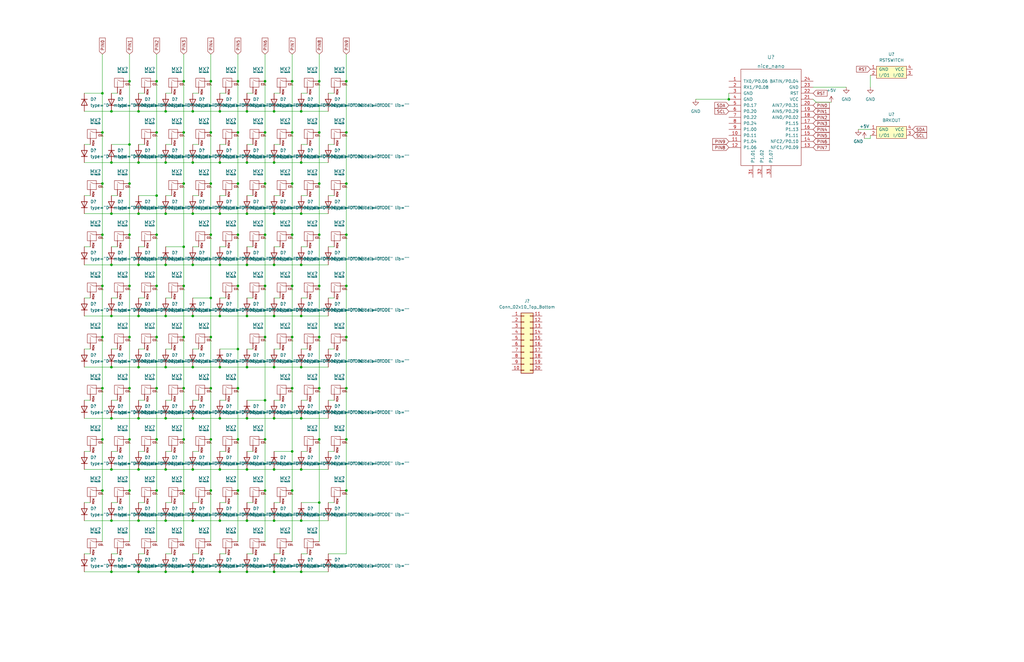
<source format=kicad_sch>
(kicad_sch (version 20211123) (generator eeschema)
  (paper "USLedger")
  (junction (at 46.99 133.35))
  (junction (at 92.71 219.71))
  (junction (at 66.04 55.88))
  (junction (at 43.18 142.24))
  (junction (at 43.18 77.47))
  (junction (at 134.62 34.29))
  (junction (at 69.85 90.17))
  (junction (at 88.9 185.42))
  (junction (at 115.57 133.35))
  (junction (at 111.76 55.88))
  (junction (at 100.33 55.88))
  (junction (at 81.28 241.3))
  (junction (at 115.57 241.3))
  (junction (at 54.61 77.47))
  (junction (at 46.99 111.76))
  (junction (at 66.04 99.06))
  (junction (at 77.47 34.29))
  (junction (at 66.04 120.65))
  (junction (at 123.19 120.65))
  (junction (at 115.57 46.99))
  (junction (at 46.99 198.12))
  (junction (at 66.04 163.83))
  (junction (at 77.47 104.14))
  (junction (at 104.14 198.12))
  (junction (at 111.76 120.65))
  (junction (at 69.85 154.94))
  (junction (at 100.33 163.83))
  (junction (at 58.42 241.3))
  (junction (at 81.28 46.99))
  (junction (at 127 133.35))
  (junction (at 58.42 198.12))
  (junction (at 54.61 185.42))
  (junction (at 58.42 111.76))
  (junction (at 134.62 163.83))
  (junction (at 92.71 90.17))
  (junction (at 123.19 55.88))
  (junction (at 104.14 133.35))
  (junction (at 92.71 154.94))
  (junction (at 100.33 120.65))
  (junction (at 43.18 207.01))
  (junction (at 69.85 68.58))
  (junction (at 115.57 219.71))
  (junction (at 146.05 34.29))
  (junction (at 111.76 77.47))
  (junction (at 111.76 185.42))
  (junction (at 54.61 34.29))
  (junction (at 100.33 185.42))
  (junction (at 81.28 68.58))
  (junction (at 81.28 111.76))
  (junction (at 115.57 198.12))
  (junction (at 115.57 154.94))
  (junction (at 77.47 55.88))
  (junction (at 100.33 99.06))
  (junction (at 77.47 207.01))
  (junction (at 66.04 207.01))
  (junction (at 58.42 154.94))
  (junction (at 92.71 133.35))
  (junction (at 100.33 34.29))
  (junction (at 46.99 90.17))
  (junction (at 146.05 120.65))
  (junction (at 104.14 68.58))
  (junction (at 58.42 46.99))
  (junction (at 100.33 207.01))
  (junction (at 134.62 142.24))
  (junction (at 127 219.71))
  (junction (at 66.04 34.29))
  (junction (at 66.04 185.42))
  (junction (at 46.99 176.53))
  (junction (at 81.28 219.71))
  (junction (at 146.05 77.47))
  (junction (at 66.04 82.55))
  (junction (at 77.47 77.47))
  (junction (at 127 154.94))
  (junction (at 115.57 68.58))
  (junction (at 123.19 207.01))
  (junction (at 81.28 133.35))
  (junction (at 69.85 176.53))
  (junction (at 77.47 142.24))
  (junction (at 123.19 190.5))
  (junction (at 111.76 34.29))
  (junction (at 88.9 163.83))
  (junction (at 88.9 207.01))
  (junction (at 104.14 46.99))
  (junction (at 146.05 185.42))
  (junction (at 146.05 163.83))
  (junction (at 123.19 99.06))
  (junction (at 43.18 55.88))
  (junction (at 111.76 99.06))
  (junction (at 46.99 241.3))
  (junction (at 54.61 142.24))
  (junction (at 134.62 120.65))
  (junction (at 146.05 99.06))
  (junction (at 104.14 154.94))
  (junction (at 307.34 41.91))
  (junction (at 88.9 99.06))
  (junction (at 92.71 111.76))
  (junction (at 111.76 142.24))
  (junction (at 69.85 198.12))
  (junction (at 92.71 176.53))
  (junction (at 58.42 90.17))
  (junction (at 58.42 176.53))
  (junction (at 69.85 219.71))
  (junction (at 54.61 163.83))
  (junction (at 66.04 142.24))
  (junction (at 43.18 120.65))
  (junction (at 134.62 212.09))
  (junction (at 69.85 133.35))
  (junction (at 127 176.53))
  (junction (at 92.71 241.3))
  (junction (at 43.18 99.06))
  (junction (at 111.76 207.01))
  (junction (at 115.57 176.53))
  (junction (at 123.19 163.83))
  (junction (at 81.28 176.53))
  (junction (at 127 111.76))
  (junction (at 104.14 176.53))
  (junction (at 127 46.99))
  (junction (at 88.9 34.29))
  (junction (at 127 198.12))
  (junction (at 104.14 241.3))
  (junction (at 81.28 90.17))
  (junction (at 146.05 207.01))
  (junction (at 81.28 154.94))
  (junction (at 43.18 39.37))
  (junction (at 88.9 142.24))
  (junction (at 115.57 90.17))
  (junction (at 77.47 185.42))
  (junction (at 58.42 133.35))
  (junction (at 92.71 198.12))
  (junction (at 77.47 120.65))
  (junction (at 77.47 163.83))
  (junction (at 127 241.3))
  (junction (at 134.62 77.47))
  (junction (at 134.62 185.42))
  (junction (at 54.61 120.65))
  (junction (at 54.61 207.01))
  (junction (at 88.9 125.73))
  (junction (at 127 68.58))
  (junction (at 43.18 185.42))
  (junction (at 115.57 111.76))
  (junction (at 88.9 77.47))
  (junction (at 123.19 77.47))
  (junction (at 88.9 55.88))
  (junction (at 104.14 111.76))
  (junction (at 146.05 55.88))
  (junction (at 46.99 219.71))
  (junction (at 146.05 142.24))
  (junction (at 46.99 154.94))
  (junction (at 104.14 90.17))
  (junction (at 69.85 46.99))
  (junction (at 54.61 99.06))
  (junction (at 46.99 68.58))
  (junction (at 123.19 142.24))
  (junction (at 127 90.17))
  (junction (at 92.71 68.58))
  (junction (at 54.61 60.96))
  (junction (at 123.19 34.29))
  (junction (at 92.71 46.99))
  (junction (at 69.85 111.76))
  (junction (at 43.18 163.83))
  (junction (at 69.85 241.3))
  (junction (at 104.14 219.71))
  (junction (at 81.28 198.12))
  (junction (at 58.42 219.71))
  (junction (at 111.76 168.91))
  (junction (at 58.42 68.58))
  (junction (at 100.33 77.47))
  (junction (at 46.99 46.99))
  (junction (at 134.62 99.06))
  (junction (at 100.33 147.32))
  (junction (at 134.62 55.88))
  (wire (pts (xy 104.14 233.68) (xy 106.68 233.68)))
  (wire (pts (xy 138.43 125.73) (xy 140.97 125.73)))
  (wire (pts (xy 81.28 125.73) (xy 88.9 125.73)))
  (wire (pts (xy 146.05 99.06) (xy 146.05 120.65)))
  (wire (pts (xy 100.33 22.86) (xy 100.33 34.29)))
  (wire (pts (xy 54.61 163.83) (xy 54.61 185.42)))
  (wire (pts (xy 134.62 163.83) (xy 134.62 185.42)))
  (wire (pts (xy 69.85 90.17) (xy 81.28 90.17)))
  (wire (pts (xy 123.19 77.47) (xy 123.19 99.06)))
  (wire (pts (xy 123.19 55.88) (xy 123.19 77.47)))
  (wire (pts (xy 69.85 233.68) (xy 72.39 233.68)))
  (wire (pts (xy 81.28 198.12) (xy 92.71 198.12)))
  (wire (pts (xy 66.04 99.06) (xy 66.04 120.65)))
  (wire (pts (xy 46.99 111.76) (xy 58.42 111.76)))
  (wire (pts (xy 127 168.91) (xy 129.54 168.91)))
  (wire (pts (xy 146.05 207.01) (xy 146.05 185.42)))
  (wire (pts (xy 54.61 120.65) (xy 54.61 142.24)))
  (wire (pts (xy 344.17 43.18) (xy 342.9 41.91)))
  (wire (pts (xy 46.99 198.12) (xy 58.42 198.12)))
  (wire (pts (xy 115.57 190.5) (xy 123.19 190.5)))
  (wire (pts (xy 127 233.68) (xy 129.54 233.68)))
  (wire (pts (xy 92.71 68.58) (xy 104.14 68.58)))
  (wire (pts (xy 92.71 147.32) (xy 100.33 147.32)))
  (wire (pts (xy 69.85 82.55) (xy 72.39 82.55)))
  (wire (pts (xy 69.85 60.96) (xy 72.39 60.96)))
  (wire (pts (xy 138.43 147.32) (xy 140.97 147.32)))
  (wire (pts (xy 88.9 99.06) (xy 88.9 125.73)))
  (wire (pts (xy 66.04 82.55) (xy 66.04 99.06)))
  (wire (pts (xy 69.85 104.14) (xy 77.47 104.14)))
  (wire (pts (xy 58.42 68.58) (xy 69.85 68.58)))
  (wire (pts (xy 81.28 212.09) (xy 83.82 212.09)))
  (wire (pts (xy 104.14 198.12) (xy 115.57 198.12)))
  (wire (pts (xy 35.56 82.55) (xy 38.1 82.55)))
  (wire (pts (xy 111.76 99.06) (xy 111.76 120.65)))
  (wire (pts (xy 88.9 163.83) (xy 88.9 185.42)))
  (wire (pts (xy 35.56 176.53) (xy 46.99 176.53)))
  (wire (pts (xy 100.33 120.65) (xy 100.33 147.32)))
  (wire (pts (xy 46.99 68.58) (xy 58.42 68.58)))
  (wire (pts (xy 35.56 190.5) (xy 38.1 190.5)))
  (wire (pts (xy 138.43 39.37) (xy 140.97 39.37)))
  (wire (pts (xy 69.85 219.71) (xy 81.28 219.71)))
  (wire (pts (xy 77.47 104.14) (xy 77.47 120.65)))
  (wire (pts (xy 81.28 39.37) (xy 83.82 39.37)))
  (wire (pts (xy 123.19 99.06) (xy 123.19 120.65)))
  (wire (pts (xy 81.28 147.32) (xy 83.82 147.32)))
  (wire (pts (xy 46.99 82.55) (xy 49.53 82.55)))
  (wire (pts (xy 35.56 46.99) (xy 46.99 46.99)))
  (wire (pts (xy 134.62 34.29) (xy 134.62 55.88)))
  (wire (pts (xy 58.42 233.68) (xy 60.96 233.68)))
  (wire (pts (xy 115.57 125.73) (xy 118.11 125.73)))
  (wire (pts (xy 54.61 207.01) (xy 54.61 228.6)))
  (wire (pts (xy 104.14 168.91) (xy 111.76 168.91)))
  (wire (pts (xy 88.9 77.47) (xy 88.9 99.06)))
  (wire (pts (xy 77.47 142.24) (xy 77.47 163.83)))
  (wire (pts (xy 88.9 125.73) (xy 88.9 142.24)))
  (wire (pts (xy 43.18 99.06) (xy 43.18 120.65)))
  (wire (pts (xy 138.43 82.55) (xy 140.97 82.55)))
  (wire (pts (xy 104.14 111.76) (xy 115.57 111.76)))
  (wire (pts (xy 115.57 90.17) (xy 127 90.17)))
  (wire (pts (xy 127 133.35) (xy 138.43 133.35)))
  (wire (pts (xy 69.85 147.32) (xy 72.39 147.32)))
  (wire (pts (xy 58.42 60.96) (xy 60.96 60.96)))
  (wire (pts (xy 81.28 233.68) (xy 83.82 233.68)))
  (wire (pts (xy 146.05 207.01) (xy 146.05 233.68)))
  (wire (pts (xy 43.18 185.42) (xy 43.18 207.01)))
  (wire (pts (xy 46.99 104.14) (xy 49.53 104.14)))
  (wire (pts (xy 138.43 190.5) (xy 140.97 190.5)))
  (wire (pts (xy 58.42 212.09) (xy 60.96 212.09)))
  (wire (pts (xy 146.05 34.29) (xy 146.05 55.88)))
  (wire (pts (xy 104.14 90.17) (xy 115.57 90.17)))
  (wire (pts (xy 77.47 22.86) (xy 77.47 34.29)))
  (wire (pts (xy 35.56 60.96) (xy 38.1 60.96)))
  (wire (pts (xy 69.85 68.58) (xy 81.28 68.58)))
  (wire (pts (xy 58.42 125.73) (xy 60.96 125.73)))
  (wire (pts (xy 54.61 34.29) (xy 54.61 60.96)))
  (wire (pts (xy 81.28 176.53) (xy 92.71 176.53)))
  (wire (pts (xy 43.18 77.47) (xy 43.18 99.06)))
  (wire (pts (xy 111.76 168.91) (xy 111.76 185.42)))
  (wire (pts (xy 88.9 55.88) (xy 88.9 77.47)))
  (wire (pts (xy 43.18 39.37) (xy 43.18 55.88)))
  (wire (pts (xy 92.71 125.73) (xy 95.25 125.73)))
  (wire (pts (xy 100.33 163.83) (xy 100.33 185.42)))
  (wire (pts (xy 88.9 34.29) (xy 88.9 55.88)))
  (wire (pts (xy 104.14 39.37) (xy 106.68 39.37)))
  (wire (pts (xy 127 68.58) (xy 138.43 68.58)))
  (wire (pts (xy 77.47 185.42) (xy 77.47 207.01)))
  (wire (pts (xy 92.71 198.12) (xy 104.14 198.12)))
  (wire (pts (xy 115.57 147.32) (xy 118.11 147.32)))
  (wire (pts (xy 104.14 212.09) (xy 106.68 212.09)))
  (wire (pts (xy 100.33 147.32) (xy 100.33 163.83)))
  (wire (pts (xy 115.57 176.53) (xy 127 176.53)))
  (wire (pts (xy 115.57 60.96) (xy 118.11 60.96)))
  (wire (pts (xy 146.05 120.65) (xy 146.05 142.24)))
  (wire (pts (xy 293.37 41.91) (xy 307.34 41.91)))
  (wire (pts (xy 92.71 39.37) (xy 95.25 39.37)))
  (wire (pts (xy 127 82.55) (xy 129.54 82.55)))
  (wire (pts (xy 66.04 163.83) (xy 66.04 185.42)))
  (wire (pts (xy 104.14 241.3) (xy 115.57 241.3)))
  (wire (pts (xy 127 104.14) (xy 129.54 104.14)))
  (wire (pts (xy 146.05 163.83) (xy 146.05 185.42)))
  (wire (pts (xy 46.99 168.91) (xy 49.53 168.91)))
  (wire (pts (xy 134.62 142.24) (xy 134.62 163.83)))
  (wire (pts (xy 81.28 190.5) (xy 83.82 190.5)))
  (wire (pts (xy 104.14 154.94) (xy 115.57 154.94)))
  (wire (pts (xy 54.61 185.42) (xy 54.61 207.01)))
  (wire (pts (xy 58.42 198.12) (xy 69.85 198.12)))
  (wire (pts (xy 100.33 55.88) (xy 100.33 77.47)))
  (wire (pts (xy 92.71 190.5) (xy 95.25 190.5)))
  (wire (pts (xy 66.04 207.01) (xy 66.04 228.6)))
  (wire (pts (xy 66.04 120.65) (xy 66.04 142.24)))
  (wire (pts (xy 58.42 46.99) (xy 69.85 46.99)))
  (wire (pts (xy 69.85 154.94) (xy 81.28 154.94)))
  (wire (pts (xy 123.19 207.01) (xy 123.19 228.6)))
  (wire (pts (xy 111.76 55.88) (xy 111.76 77.47)))
  (wire (pts (xy 69.85 111.76) (xy 81.28 111.76)))
  (wire (pts (xy 127 46.99) (xy 138.43 46.99)))
  (wire (pts (xy 92.71 241.3) (xy 104.14 241.3)))
  (wire (pts (xy 115.57 133.35) (xy 127 133.35)))
  (wire (pts (xy 46.99 176.53) (xy 58.42 176.53)))
  (wire (pts (xy 123.19 120.65) (xy 123.19 142.24)))
  (wire (pts (xy 69.85 125.73) (xy 72.39 125.73)))
  (wire (pts (xy 127 190.5) (xy 129.54 190.5)))
  (wire (pts (xy 134.62 22.86) (xy 134.62 34.29)))
  (wire (pts (xy 111.76 22.86) (xy 111.76 34.29)))
  (wire (pts (xy 58.42 39.37) (xy 60.96 39.37)))
  (wire (pts (xy 81.28 90.17) (xy 92.71 90.17)))
  (wire (pts (xy 104.14 104.14) (xy 106.68 104.14)))
  (wire (pts (xy 100.33 34.29) (xy 100.33 55.88)))
  (wire (pts (xy 111.76 185.42) (xy 111.76 207.01)))
  (wire (pts (xy 92.71 60.96) (xy 95.25 60.96)))
  (wire (pts (xy 127 198.12) (xy 138.43 198.12)))
  (wire (pts (xy 134.62 99.06) (xy 134.62 120.65)))
  (wire (pts (xy 46.99 39.37) (xy 49.53 39.37)))
  (wire (pts (xy 81.28 133.35) (xy 92.71 133.35)))
  (wire (pts (xy 35.56 104.14) (xy 38.1 104.14)))
  (wire (pts (xy 35.56 241.3) (xy 46.99 241.3)))
  (wire (pts (xy 127 147.32) (xy 129.54 147.32)))
  (wire (pts (xy 111.76 34.29) (xy 111.76 55.88)))
  (wire (pts (xy 54.61 22.86) (xy 54.61 34.29)))
  (wire (pts (xy 146.05 77.47) (xy 146.05 99.06)))
  (wire (pts (xy 127 241.3) (xy 138.43 241.3)))
  (wire (pts (xy 58.42 90.17) (xy 69.85 90.17)))
  (wire (pts (xy 100.33 77.47) (xy 100.33 99.06)))
  (wire (pts (xy 342.9 36.83) (xy 356.87 36.83)))
  (wire (pts (xy 134.62 212.09) (xy 134.62 228.6)))
  (wire (pts (xy 146.05 22.86) (xy 146.05 34.29)))
  (wire (pts (xy 46.99 190.5) (xy 49.53 190.5)))
  (wire (pts (xy 92.71 133.35) (xy 104.14 133.35)))
  (wire (pts (xy 69.85 241.3) (xy 81.28 241.3)))
  (wire (pts (xy 138.43 60.96) (xy 140.97 60.96)))
  (wire (pts (xy 46.99 219.71) (xy 58.42 219.71)))
  (wire (pts (xy 81.28 46.99) (xy 92.71 46.99)))
  (wire (pts (xy 35.56 133.35) (xy 46.99 133.35)))
  (wire (pts (xy 127 219.71) (xy 138.43 219.71)))
  (wire (pts (xy 46.99 241.3) (xy 58.42 241.3)))
  (wire (pts (xy 134.62 55.88) (xy 134.62 77.47)))
  (wire (pts (xy 69.85 46.99) (xy 81.28 46.99)))
  (wire (pts (xy 115.57 104.14) (xy 118.11 104.14)))
  (wire (pts (xy 123.19 190.5) (xy 123.19 207.01)))
  (wire (pts (xy 77.47 163.83) (xy 77.47 185.42)))
  (wire (pts (xy 92.71 176.53) (xy 104.14 176.53)))
  (wire (pts (xy 88.9 22.86) (xy 88.9 34.29)))
  (wire (pts (xy 35.56 154.94) (xy 46.99 154.94)))
  (wire (pts (xy 69.85 176.53) (xy 81.28 176.53)))
  (wire (pts (xy 111.76 207.01) (xy 111.76 228.6)))
  (wire (pts (xy 138.43 168.91) (xy 140.97 168.91)))
  (wire (pts (xy 146.05 55.88) (xy 146.05 77.47)))
  (wire (pts (xy 115.57 233.68) (xy 118.11 233.68)))
  (wire (pts (xy 81.28 60.96) (xy 83.82 60.96)))
  (wire (pts (xy 92.71 46.99) (xy 104.14 46.99)))
  (wire (pts (xy 58.42 111.76) (xy 69.85 111.76)))
  (wire (pts (xy 100.33 99.06) (xy 100.33 120.65)))
  (wire (pts (xy 92.71 168.91) (xy 95.25 168.91)))
  (wire (pts (xy 367.03 31.75) (xy 367.03 36.83)))
  (wire (pts (xy 115.57 111.76) (xy 127 111.76)))
  (wire (pts (xy 92.71 233.68) (xy 95.25 233.68)))
  (wire (pts (xy 92.71 219.71) (xy 104.14 219.71)))
  (wire (pts (xy 46.99 154.94) (xy 58.42 154.94)))
  (wire (pts (xy 104.14 190.5) (xy 106.68 190.5)))
  (wire (pts (xy 361.95 54.61) (xy 367.03 54.61)))
  (wire (pts (xy 104.14 60.96) (xy 106.68 60.96)))
  (wire (pts (xy 35.56 212.09) (xy 38.1 212.09)))
  (wire (pts (xy 307.34 39.37) (xy 307.34 41.91)))
  (wire (pts (xy 58.42 147.32) (xy 60.96 147.32)))
  (wire (pts (xy 88.9 207.01) (xy 88.9 228.6)))
  (wire (pts (xy 58.42 176.53) (xy 69.85 176.53)))
  (wire (pts (xy 100.33 185.42) (xy 100.33 207.01)))
  (wire (pts (xy 146.05 142.24) (xy 146.05 163.83)))
  (wire (pts (xy 58.42 133.35) (xy 69.85 133.35)))
  (wire (pts (xy 69.85 212.09) (xy 72.39 212.09)))
  (wire (pts (xy 104.14 46.99) (xy 115.57 46.99)))
  (wire (pts (xy 46.99 212.09) (xy 49.53 212.09)))
  (wire (pts (xy 54.61 142.24) (xy 54.61 163.83)))
  (wire (pts (xy 104.14 147.32) (xy 106.68 147.32)))
  (wire (pts (xy 43.18 142.24) (xy 43.18 163.83)))
  (wire (pts (xy 66.04 34.29) (xy 66.04 55.88)))
  (wire (pts (xy 127 111.76) (xy 138.43 111.76)))
  (wire (pts (xy 81.28 104.14) (xy 83.82 104.14)))
  (wire (pts (xy 77.47 77.47) (xy 77.47 104.14)))
  (wire (pts (xy 127 176.53) (xy 138.43 176.53)))
  (wire (pts (xy 127 212.09) (xy 134.62 212.09)))
  (wire (pts (xy 367.03 58.42) (xy 367.03 57.15)))
  (wire (pts (xy 115.57 154.94) (xy 127 154.94)))
  (wire (pts (xy 92.71 104.14) (xy 95.25 104.14)))
  (wire (pts (xy 58.42 241.3) (xy 69.85 241.3)))
  (wire (pts (xy 88.9 185.42) (xy 88.9 207.01)))
  (wire (pts (xy 115.57 46.99) (xy 127 46.99)))
  (wire (pts (xy 111.76 120.65) (xy 111.76 142.24)))
  (wire (pts (xy 46.99 125.73) (xy 49.53 125.73)))
  (wire (pts (xy 66.04 142.24) (xy 66.04 163.83)))
  (wire (pts (xy 46.99 60.96) (xy 54.61 60.96)))
  (wire (pts (xy 58.42 190.5) (xy 60.96 190.5)))
  (wire (pts (xy 104.14 125.73) (xy 106.68 125.73)))
  (wire (pts (xy 123.19 22.86) (xy 123.19 34.29)))
  (wire (pts (xy 138.43 104.14) (xy 140.97 104.14)))
  (wire (pts (xy 66.04 185.42) (xy 66.04 207.01)))
  (wire (pts (xy 46.99 90.17) (xy 58.42 90.17)))
  (wire (pts (xy 138.43 233.68) (xy 146.05 233.68)))
  (wire (pts (xy 35.56 68.58) (xy 46.99 68.58)))
  (wire (pts (xy 54.61 60.96) (xy 54.61 77.47)))
  (wire (pts (xy 92.71 154.94) (xy 104.14 154.94)))
  (wire (pts (xy 58.42 104.14) (xy 60.96 104.14)))
  (wire (pts (xy 115.57 241.3) (xy 127 241.3)))
  (wire (pts (xy 92.71 212.09) (xy 95.25 212.09)))
  (wire (pts (xy 58.42 154.94) (xy 69.85 154.94)))
  (wire (pts (xy 69.85 198.12) (xy 81.28 198.12)))
  (wire (pts (xy 123.19 34.29) (xy 123.19 55.88)))
  (wire (pts (xy 127 60.96) (xy 129.54 60.96)))
  (wire (pts (xy 54.61 77.47) (xy 54.61 99.06)))
  (wire (pts (xy 115.57 68.58) (xy 127 68.58)))
  (wire (pts (xy 134.62 120.65) (xy 134.62 142.24)))
  (wire (pts (xy 35.56 90.17) (xy 46.99 90.17)))
  (wire (pts (xy 35.56 233.68) (xy 38.1 233.68)))
  (wire (pts (xy 104.14 82.55) (xy 106.68 82.55)))
  (wire (pts (xy 81.28 168.91) (xy 83.82 168.91)))
  (wire (pts (xy 69.85 39.37) (xy 72.39 39.37)))
  (wire (pts (xy 43.18 55.88) (xy 43.18 77.47)))
  (wire (pts (xy 115.57 212.09) (xy 118.11 212.09)))
  (wire (pts (xy 58.42 168.91) (xy 60.96 168.91)))
  (wire (pts (xy 35.56 39.37) (xy 43.18 39.37)))
  (wire (pts (xy 81.28 154.94) (xy 92.71 154.94)))
  (wire (pts (xy 66.04 22.86) (xy 66.04 34.29)))
  (wire (pts (xy 92.71 111.76) (xy 104.14 111.76)))
  (wire (pts (xy 35.56 219.71) (xy 46.99 219.71)))
  (wire (pts (xy 115.57 39.37) (xy 118.11 39.37)))
  (wire (pts (xy 46.99 46.99) (xy 58.42 46.99)))
  (wire (pts (xy 58.42 82.55) (xy 66.04 82.55)))
  (wire (pts (xy 35.56 198.12) (xy 46.99 198.12)))
  (wire (pts (xy 66.04 55.88) (xy 66.04 82.55)))
  (wire (pts (xy 344.17 43.18) (xy 350.52 43.18)))
  (wire (pts (xy 123.19 142.24) (xy 123.19 163.83)))
  (wire (pts (xy 123.19 163.83) (xy 123.19 190.5)))
  (wire (pts (xy 88.9 142.24) (xy 88.9 163.83)))
  (wire (pts (xy 69.85 133.35) (xy 81.28 133.35)))
  (wire (pts (xy 115.57 168.91) (xy 118.11 168.91)))
  (wire (pts (xy 138.43 212.09) (xy 140.97 212.09)))
  (wire (pts (xy 69.85 168.91) (xy 72.39 168.91)))
  (wire (pts (xy 92.71 82.55) (xy 95.25 82.55)))
  (wire (pts (xy 127 90.17) (xy 138.43 90.17)))
  (wire (pts (xy 81.28 241.3) (xy 92.71 241.3)))
  (wire (pts (xy 115.57 82.55) (xy 118.11 82.55)))
  (wire (pts (xy 77.47 55.88) (xy 77.47 77.47)))
  (wire (pts (xy 35.56 125.73) (xy 38.1 125.73)))
  (wire (pts (xy 69.85 190.5) (xy 72.39 190.5)))
  (wire (pts (xy 81.28 219.71) (xy 92.71 219.71)))
  (wire (pts (xy 134.62 77.47) (xy 134.62 99.06)))
  (wire (pts (xy 127 39.37) (xy 129.54 39.37)))
  (wire (pts (xy 81.28 82.55) (xy 83.82 82.55)))
  (wire (pts (xy 364.49 58.42) (xy 367.03 58.42)))
  (wire (pts (xy 104.14 133.35) (xy 115.57 133.35)))
  (wire (pts (xy 43.18 207.01) (xy 43.18 228.6)))
  (wire (pts (xy 111.76 142.24) (xy 111.76 168.91)))
  (wire (pts (xy 77.47 207.01) (xy 77.47 228.6)))
  (wire (pts (xy 104.14 176.53) (xy 115.57 176.53)))
  (wire (pts (xy 35.56 168.91) (xy 38.1 168.91)))
  (wire (pts (xy 77.47 120.65) (xy 77.47 142.24)))
  (wire (pts (xy 43.18 163.83) (xy 43.18 185.42)))
  (wire (pts (xy 46.99 233.68) (xy 49.53 233.68)))
  (wire (pts (xy 115.57 219.71) (xy 127 219.71)))
  (wire (pts (xy 46.99 147.32) (xy 49.53 147.32)))
  (wire (pts (xy 127 125.73) (xy 129.54 125.73)))
  (wire (pts (xy 43.18 120.65) (xy 43.18 142.24)))
  (wire (pts (xy 134.62 212.09) (xy 134.62 185.42)))
  (wire (pts (xy 35.56 111.76) (xy 46.99 111.76)))
  (wire (pts (xy 46.99 133.35) (xy 58.42 133.35)))
  (wire (pts (xy 43.18 22.86) (xy 43.18 39.37)))
  (wire (pts (xy 115.57 198.12) (xy 127 198.12)))
  (wire (pts (xy 127 154.94) (xy 138.43 154.94)))
  (wire (pts (xy 104.14 219.71) (xy 115.57 219.71)))
  (wire (pts (xy 81.28 68.58) (xy 92.71 68.58)))
  (wire (pts (xy 111.76 77.47) (xy 111.76 99.06)))
  (wire (pts (xy 35.56 147.32) (xy 38.1 147.32)))
  (wire (pts (xy 58.42 219.71) (xy 69.85 219.71)))
  (wire (pts (xy 104.14 68.58) (xy 115.57 68.58)))
  (wire (pts (xy 92.71 90.17) (xy 104.14 90.17)))
  (wire (pts (xy 81.28 111.76) (xy 92.71 111.76)))
  (wire (pts (xy 77.47 34.29) (xy 77.47 55.88)))
  (wire (pts (xy 54.61 99.06) (xy 54.61 120.65)))
  (wire (pts (xy 100.33 207.01) (xy 100.33 228.6)))
  (global_label "PIN8" (shape input) (at 307.34 62.23 180) (property "Intersheet References" "${INTERSHEET_REFS}" (effects hide)))
  (global_label "PIN4" (shape input) (at 342.9 54.61 0) (property "Intersheet References" "${INTERSHEET_REFS}" (effects hide)))
  (global_label "PIN3" (shape input) (at 77.47 22.86 90) (property "Intersheet References" "${INTERSHEET_REFS}" (effects hide)))
  (global_label "PIN5" (shape input) (at 100.33 22.86 90) (property "Intersheet References" "${INTERSHEET_REFS}" (effects hide)))
  (global_label "PIN3" (shape input) (at 342.9 52.07 0) (property "Intersheet References" "${INTERSHEET_REFS}" (effects hide)))
  (global_label "PIN6" (shape input) (at 111.76 22.86 90) (property "Intersheet References" "${INTERSHEET_REFS}" (effects hide)))
  (global_label "PIN5" (shape input) (at 342.9 57.15 0) (property "Intersheet References" "${INTERSHEET_REFS}" (effects hide)))
  (global_label "PIN2" (shape input) (at 342.9 49.53 0) (property "Intersheet References" "${INTERSHEET_REFS}" (effects hide)))
  (global_label "PIN8" (shape input) (at 134.62 22.86 90) (property "Intersheet References" "${INTERSHEET_REFS}" (effects hide)))
  (global_label "RST" (shape input) (at 342.9 39.37 0) (property "Intersheet References" "${INTERSHEET_REFS}" (effects hide)))
  (global_label "PIN6" (shape input) (at 342.9 59.69 0) (property "Intersheet References" "${INTERSHEET_REFS}" (effects hide)))
  (global_label "PIN7" (shape input) (at 342.9 62.23 0) (property "Intersheet References" "${INTERSHEET_REFS}" (effects hide)))
  (global_label "SCL" (shape input) (at 307.34 46.99 180) (property "Intersheet References" "${INTERSHEET_REFS}" (effects hide)))
  (global_label "SDA" (shape input) (at 307.34 44.45 180) (property "Intersheet References" "${INTERSHEET_REFS}" (effects hide)))
  (global_label "PIN0" (shape input) (at 43.18 22.86 90) (property "Intersheet References" "${INTERSHEET_REFS}" (effects hide)))
  (global_label "PIN1" (shape input) (at 342.9 46.99 0) (property "Intersheet References" "${INTERSHEET_REFS}" (effects hide)))
  (global_label "PIN9" (shape input) (at 146.05 22.86 90) (property "Intersheet References" "${INTERSHEET_REFS}" (effects hide)))
  (global_label "SCL" (shape input) (at 384.81 57.15 0) (property "Intersheet References" "${INTERSHEET_REFS}" (effects hide)))
  (global_label "PIN0" (shape input) (at 342.9 44.45 0) (property "Intersheet References" "${INTERSHEET_REFS}" (effects hide)))
  (global_label "SDA" (shape input) (at 384.81 54.61 0) (property "Intersheet References" "${INTERSHEET_REFS}" (effects hide)))
  (global_label "PIN1" (shape input) (at 54.61 22.86 90) (property "Intersheet References" "${INTERSHEET_REFS}" (effects hide)))
  (global_label "PIN7" (shape input) (at 123.19 22.86 90) (property "Intersheet References" "${INTERSHEET_REFS}" (effects hide)))
  (global_label "PIN2" (shape input) (at 66.04 22.86 90) (property "Intersheet References" "${INTERSHEET_REFS}" (effects hide)))
  (global_label "RST" (shape input) (at 367.03 29.21 180) (property "Intersheet References" "${INTERSHEET_REFS}" (effects hide)))
  (global_label "PIN9" (shape input) (at 307.34 59.69 180) (property "Intersheet References" "${INTERSHEET_REFS}" (effects hide)))
  (global_label "PIN4" (shape input) (at 88.9 22.86 90) (property "Intersheet References" "${INTERSHEET_REFS}" (effects hide)))
  (symbol (lib_id "MX_Alps_Hybrid:MX-NoLED") (at 96.52 165.1 0) (unit 1)
    (property "Reference" "MX?" (at 97.4056 158.75 0) (effects (font (size 1.524 1.524))))
    (property "Value" "MX-NoLED" (at 97.4056 160.02 0) (effects (font (size 0.508 0.508))))
  )
  (symbol (lib_id "MX_Alps_Hybrid:MX-NoLED") (at 130.81 35.56 0) (unit 1)
    (property "Reference" "MX?" (at 131.6956 29.21 0) (effects (font (size 1.524 1.524))))
    (property "Value" "MX-NoLED" (at 131.6956 30.48 0) (effects (font (size 0.508 0.508))))
  )
  (symbol (lib_id "Simulation_SPICE:DIODE") (at 35.56 107.95 270) (unit 1)
    (property "Reference" "D?" (at 38.1 106.6799 90) (effects (justify left)))
    (property "Value" "DIODE" (at 38.1 109.2199 90) (effects (justify left)))
    (property "Spice_Netlist_Enabled" "Y" (effects hide))
    (property "Spice_Primitive" "D" (effects hide))
  )
  (symbol (lib_id "Simulation_SPICE:DIODE") (at 69.85 129.54 270) (unit 1)
    (property "Reference" "D?" (at 72.39 128.2699 90) (effects (justify left)))
    (property "Value" "DIODE" (at 72.39 130.8099 90) (effects (justify left)))
    (property "Spice_Netlist_Enabled" "Y" (effects hide))
    (property "Spice_Primitive" "D" (effects hide))
  )
  (symbol (lib_id "MX_Alps_Hybrid:MX-NoLED") (at 96.52 78.74 0) (unit 1)
    (property "Reference" "MX?" (at 97.4056 72.39 0) (effects (font (size 1.524 1.524))))
    (property "Value" "MX-NoLED" (at 97.4056 73.66 0) (effects (font (size 0.508 0.508))))
  )
  (symbol (lib_id "Simulation_SPICE:DIODE") (at 35.56 86.36 270) (unit 1)
    (property "Reference" "D?" (at 38.1 85.0899 90) (effects (justify left)))
    (property "Value" "DIODE" (at 38.1 87.6299 90) (effects (justify left)))
    (property "Spice_Netlist_Enabled" "Y" (effects hide))
    (property "Spice_Primitive" "D" (effects hide))
  )
  (symbol (lib_id "Simulation_SPICE:DIODE") (at 81.28 237.49 270) (unit 1)
    (property "Reference" "D?" (at 83.82 236.2199 90) (effects (justify left)))
    (property "Value" "DIODE" (at 83.82 238.7599 90) (effects (justify left)))
    (property "Spice_Netlist_Enabled" "Y" (effects hide))
    (property "Spice_Primitive" "D" (effects hide))
  )
  (symbol (lib_id "MX_Alps_Hybrid:MX-NoLED") (at 119.38 208.28 0) (unit 1)
    (property "Reference" "MX?" (at 120.2656 201.93 0) (effects (font (size 1.524 1.524))))
    (property "Value" "MX-NoLED" (at 120.2656 203.2 0) (effects (font (size 0.508 0.508))))
  )
  (symbol (lib_id "Simulation_SPICE:DIODE") (at 127 129.54 270) (unit 1)
    (property "Reference" "D?" (at 129.54 128.2699 90) (effects (justify left)))
    (property "Value" "DIODE" (at 129.54 130.8099 90) (effects (justify left)))
    (property "Spice_Netlist_Enabled" "Y" (effects hide))
    (property "Spice_Primitive" "D" (effects hide))
  )
  (symbol (lib_id "Simulation_SPICE:DIODE") (at 69.85 86.36 270) (unit 1)
    (property "Reference" "D?" (at 72.39 85.0899 90) (effects (justify left)))
    (property "Value" "DIODE" (at 72.39 87.6299 90) (effects (justify left)))
    (property "Spice_Netlist_Enabled" "Y" (effects hide))
    (property "Spice_Primitive" "D" (effects hide))
  )
  (symbol (lib_id "MX_Alps_Hybrid:MX-NoLED") (at 62.23 35.56 0) (unit 1)
    (property "Reference" "MX?" (at 63.1156 29.21 0) (effects (font (size 1.524 1.524))))
    (property "Value" "MX-NoLED" (at 63.1156 30.48 0) (effects (font (size 0.508 0.508))))
  )
  (symbol (lib_id "Simulation_SPICE:DIODE") (at 104.14 129.54 270) (unit 1)
    (property "Reference" "D?" (at 106.68 128.2699 90) (effects (justify left)))
    (property "Value" "DIODE" (at 106.68 130.8099 90) (effects (justify left)))
    (property "Spice_Netlist_Enabled" "Y" (effects hide))
    (property "Spice_Primitive" "D" (effects hide))
  )
  (symbol (lib_id "MX_Alps_Hybrid:MX-NoLED") (at 130.81 57.15 0) (unit 1)
    (property "Reference" "MX?" (at 131.6956 50.8 0) (effects (font (size 1.524 1.524))))
    (property "Value" "MX-NoLED" (at 131.6956 52.07 0) (effects (font (size 0.508 0.508))))
  )
  (symbol (lib_id "MX_Alps_Hybrid:MX-NoLED") (at 50.8 100.33 0) (unit 1)
    (property "Reference" "MX?" (at 51.6856 93.98 0) (effects (font (size 1.524 1.524))))
    (property "Value" "MX-NoLED" (at 51.6856 95.25 0) (effects (font (size 0.508 0.508))))
  )
  (symbol (lib_id "Simulation_SPICE:DIODE") (at 69.85 194.31 270) (unit 1)
    (property "Reference" "D?" (at 72.39 193.0399 90) (effects (justify left)))
    (property "Value" "DIODE" (at 72.39 195.5799 90) (effects (justify left)))
    (property "Spice_Netlist_Enabled" "Y" (effects hide))
    (property "Spice_Primitive" "D" (effects hide))
  )
  (symbol (lib_id "Simulation_SPICE:DIODE") (at 127 107.95 270) (unit 1)
    (property "Reference" "D?" (at 129.54 106.6799 90) (effects (justify left)))
    (property "Value" "DIODE" (at 129.54 109.2199 90) (effects (justify left)))
    (property "Spice_Netlist_Enabled" "Y" (effects hide))
    (property "Spice_Primitive" "D" (effects hide))
  )
  (symbol (lib_id "Simulation_SPICE:DIODE") (at 115.57 64.77 270) (unit 1)
    (property "Reference" "D?" (at 118.11 63.4999 90) (effects (justify left)))
    (property "Value" "DIODE" (at 118.11 66.0399 90) (effects (justify left)))
    (property "Spice_Netlist_Enabled" "Y" (effects hide))
    (property "Spice_Primitive" "D" (effects hide))
  )
  (symbol (lib_id "MX_Alps_Hybrid:MX-NoLED") (at 130.81 165.1 0) (unit 1)
    (property "Reference" "MX?" (at 131.6956 158.75 0) (effects (font (size 1.524 1.524))))
    (property "Value" "MX-NoLED" (at 131.6956 160.02 0) (effects (font (size 0.508 0.508))))
  )
  (symbol (lib_id "Simulation_SPICE:DIODE") (at 35.56 64.77 270) (unit 1)
    (property "Reference" "D?" (at 38.1 63.4999 90) (effects (justify left)))
    (property "Value" "DIODE" (at 38.1 66.0399 90) (effects (justify left)))
    (property "Spice_Netlist_Enabled" "Y" (effects hide))
    (property "Spice_Primitive" "D" (effects hide))
  )
  (symbol (lib_id "MX_Alps_Hybrid:MX-NoLED") (at 119.38 229.87 0) (unit 1)
    (property "Reference" "MX?" (at 120.2656 223.52 0) (effects (font (size 1.524 1.524))))
    (property "Value" "MX-NoLED" (at 120.2656 224.79 0) (effects (font (size 0.508 0.508))))
  )
  (symbol (lib_id "MX_Alps_Hybrid:MX-NoLED") (at 142.24 78.74 0) (unit 1)
    (property "Reference" "MX?" (at 143.1256 72.39 0) (effects (font (size 1.524 1.524))))
    (property "Value" "MX-NoLED" (at 143.1256 73.66 0) (effects (font (size 0.508 0.508))))
  )
  (symbol (lib_id "Simulation_SPICE:DIODE") (at 115.57 194.31 90) (unit 1)
    (property "Reference" "D?" (at 118.11 193.0399 90) (effects (justify right)))
    (property "Value" "DIODE" (at 118.11 195.5799 90) (effects (justify right)))
    (property "Spice_Netlist_Enabled" "Y" (effects hide))
    (property "Spice_Primitive" "D" (effects hide))
  )
  (symbol (lib_id "Simulation_SPICE:DIODE") (at 81.28 194.31 270) (unit 1)
    (property "Reference" "D?" (at 83.82 193.0399 90) (effects (justify left)))
    (property "Value" "DIODE" (at 83.82 195.5799 90) (effects (justify left)))
    (property "Spice_Netlist_Enabled" "Y" (effects hide))
    (property "Spice_Primitive" "D" (effects hide))
  )
  (symbol (lib_id "Simulation_SPICE:DIODE") (at 58.42 194.31 270) (unit 1)
    (property "Reference" "D?" (at 60.96 193.0399 90) (effects (justify left)))
    (property "Value" "DIODE" (at 60.96 195.5799 90) (effects (justify left)))
    (property "Spice_Netlist_Enabled" "Y" (effects hide))
    (property "Spice_Primitive" "D" (effects hide))
  )
  (symbol (lib_id "Simulation_SPICE:DIODE") (at 81.28 172.72 270) (unit 1)
    (property "Reference" "D?" (at 83.82 171.4499 90) (effects (justify left)))
    (property "Value" "DIODE" (at 83.82 173.9899 90) (effects (justify left)))
    (property "Spice_Netlist_Enabled" "Y" (effects hide))
    (property "Spice_Primitive" "D" (effects hide))
  )
  (symbol (lib_id "MX_Alps_Hybrid:MX-NoLED") (at 130.81 143.51 0) (unit 1)
    (property "Reference" "MX?" (at 131.6956 137.16 0) (effects (font (size 1.524 1.524))))
    (property "Value" "MX-NoLED" (at 131.6956 138.43 0) (effects (font (size 0.508 0.508))))
  )
  (symbol (lib_id "MX_Alps_Hybrid:MX-NoLED") (at 73.66 165.1 0) (unit 1)
    (property "Reference" "MX?" (at 74.5456 158.75 0) (effects (font (size 1.524 1.524))))
    (property "Value" "MX-NoLED" (at 74.5456 160.02 0) (effects (font (size 0.508 0.508))))
  )
  (symbol (lib_id "Simulation_SPICE:DIODE") (at 46.99 151.13 270) (unit 1)
    (property "Reference" "D?" (at 49.53 149.8599 90) (effects (justify left)))
    (property "Value" "DIODE" (at 49.53 152.3999 90) (effects (justify left)))
    (property "Spice_Netlist_Enabled" "Y" (effects hide))
    (property "Spice_Primitive" "D" (effects hide))
  )
  (symbol (lib_id "Simulation_SPICE:DIODE") (at 46.99 215.9 270) (unit 1)
    (property "Reference" "D?" (at 49.53 214.6299 90) (effects (justify left)))
    (property "Value" "DIODE" (at 49.53 217.1699 90) (effects (justify left)))
    (property "Spice_Netlist_Enabled" "Y" (effects hide))
    (property "Spice_Primitive" "D" (effects hide))
  )
  (symbol (lib_id "MX_Alps_Hybrid:MX-NoLED") (at 39.37 57.15 0) (unit 1)
    (property "Reference" "MX?" (at 40.2556 50.8 0) (effects (font (size 1.524 1.524))))
    (property "Value" "MX-NoLED" (at 40.2556 52.07 0) (effects (font (size 0.508 0.508))))
  )
  (symbol (lib_id "MX_Alps_Hybrid:MX-NoLED") (at 62.23 57.15 0) (unit 1)
    (property "Reference" "MX?" (at 63.1156 50.8 0) (effects (font (size 1.524 1.524))))
    (property "Value" "MX-NoLED" (at 63.1156 52.07 0) (effects (font (size 0.508 0.508))))
  )
  (symbol (lib_id "MX_Alps_Hybrid:MX-NoLED") (at 73.66 78.74 0) (unit 1)
    (property "Reference" "MX?" (at 74.5456 72.39 0) (effects (font (size 1.524 1.524))))
    (property "Value" "MX-NoLED" (at 74.5456 73.66 0) (effects (font (size 0.508 0.508))))
  )
  (symbol (lib_id "power:GND") (at 367.03 36.83 0) (unit 1)
    (property "Reference" "#PWR?" (effects hide))
    (property "Value" "GND" (at 367.03 41.91 0))
  )
  (symbol (lib_id "MX_Alps_Hybrid:MX-NoLED") (at 50.8 186.69 0) (unit 1)
    (property "Reference" "MX?" (at 51.6856 180.34 0) (effects (font (size 1.524 1.524))))
    (property "Value" "MX-NoLED" (at 51.6856 181.61 0) (effects (font (size 0.508 0.508))))
  )
  (symbol (lib_id "MX_Alps_Hybrid:MX-NoLED") (at 62.23 121.92 0) (unit 1)
    (property "Reference" "MX?" (at 63.1156 115.57 0) (effects (font (size 1.524 1.524))))
    (property "Value" "MX-NoLED" (at 63.1156 116.84 0) (effects (font (size 0.508 0.508))))
  )
  (symbol (lib_id "Simulation_SPICE:DIODE") (at 69.85 151.13 270) (unit 1)
    (property "Reference" "D?" (at 72.39 149.8599 90) (effects (justify left)))
    (property "Value" "DIODE" (at 72.39 152.3999 90) (effects (justify left)))
    (property "Spice_Netlist_Enabled" "Y" (effects hide))
    (property "Spice_Primitive" "D" (effects hide))
  )
  (symbol (lib_id "Simulation_SPICE:DIODE") (at 92.71 86.36 270) (unit 1)
    (property "Reference" "D?" (at 95.25 85.0899 90) (effects (justify left)))
    (property "Value" "DIODE" (at 95.25 87.6299 90) (effects (justify left)))
    (property "Spice_Netlist_Enabled" "Y" (effects hide))
    (property "Spice_Primitive" "D" (effects hide))
  )
  (symbol (lib_id "Simulation_SPICE:DIODE") (at 58.42 107.95 270) (unit 1)
    (property "Reference" "D?" (at 60.96 106.6799 90) (effects (justify left)))
    (property "Value" "DIODE" (at 60.96 109.2199 90) (effects (justify left)))
    (property "Spice_Netlist_Enabled" "Y" (effects hide))
    (property "Spice_Primitive" "D" (effects hide))
  )
  (symbol (lib_id "Simulation_SPICE:DIODE") (at 138.43 64.77 270) (unit 1)
    (property "Reference" "D?" (at 140.97 63.4999 90) (effects (justify left)))
    (property "Value" "DIODE" (at 140.97 66.0399 90) (effects (justify left)))
    (property "Spice_Netlist_Enabled" "Y" (effects hide))
    (property "Spice_Primitive" "D" (effects hide))
  )
  (symbol (lib_id "MX_Alps_Hybrid:MX-NoLED") (at 50.8 35.56 0) (unit 1)
    (property "Reference" "MX?" (at 51.6856 29.21 0) (effects (font (size 1.524 1.524))))
    (property "Value" "MX-NoLED" (at 51.6856 30.48 0) (effects (font (size 0.508 0.508))))
  )
  (symbol (lib_id "MX_Alps_Hybrid:MX-NoLED") (at 107.95 35.56 0) (unit 1)
    (property "Reference" "MX?" (at 108.8356 29.21 0) (effects (font (size 1.524 1.524))))
    (property "Value" "MX-NoLED" (at 108.8356 30.48 0) (effects (font (size 0.508 0.508))))
  )
  (symbol (lib_id "Simulation_SPICE:DIODE") (at 69.85 172.72 270) (unit 1)
    (property "Reference" "D?" (at 72.39 171.4499 90) (effects (justify left)))
    (property "Value" "DIODE" (at 72.39 173.9899 90) (effects (justify left)))
    (property "Spice_Netlist_Enabled" "Y" (effects hide))
    (property "Spice_Primitive" "D" (effects hide))
  )
  (symbol (lib_id "MX_Alps_Hybrid:MX-NoLED") (at 39.37 100.33 0) (unit 1)
    (property "Reference" "MX?" (at 40.2556 93.98 0) (effects (font (size 1.524 1.524))))
    (property "Value" "MX-NoLED" (at 40.2556 95.25 0) (effects (font (size 0.508 0.508))))
  )
  (symbol (lib_id "Simulation_SPICE:DIODE") (at 46.99 64.77 90) (unit 1)
    (property "Reference" "D?" (at 49.53 63.4999 90) (effects (justify right)))
    (property "Value" "DIODE" (at 49.53 66.0399 90) (effects (justify right)))
    (property "Spice_Netlist_Enabled" "Y" (effects hide))
    (property "Spice_Primitive" "D" (effects hide))
  )
  (symbol (lib_id "MX_Alps_Hybrid:MX-NoLED") (at 107.95 186.69 0) (unit 1)
    (property "Reference" "MX?" (at 108.8356 180.34 0) (effects (font (size 1.524 1.524))))
    (property "Value" "MX-NoLED" (at 108.8356 181.61 0) (effects (font (size 0.508 0.508))))
  )
  (symbol (lib_id "Simulation_SPICE:DIODE") (at 138.43 107.95 270) (unit 1)
    (property "Reference" "D?" (at 140.97 106.6799 90) (effects (justify left)))
    (property "Value" "DIODE" (at 140.97 109.2199 90) (effects (justify left)))
    (property "Spice_Netlist_Enabled" "Y" (effects hide))
    (property "Spice_Primitive" "D" (effects hide))
  )
  (symbol (lib_id "Simulation_SPICE:DIODE") (at 115.57 172.72 270) (unit 1)
    (property "Reference" "D?" (at 118.11 171.4499 90) (effects (justify left)))
    (property "Value" "DIODE" (at 118.11 173.9899 90) (effects (justify left)))
    (property "Spice_Netlist_Enabled" "Y" (effects hide))
    (property "Spice_Primitive" "D" (effects hide))
  )
  (symbol (lib_id "MX_Alps_Hybrid:MX-NoLED") (at 85.09 165.1 0) (unit 1)
    (property "Reference" "MX?" (at 85.9756 158.75 0) (effects (font (size 1.524 1.524))))
    (property "Value" "MX-NoLED" (at 85.9756 160.02 0) (effects (font (size 0.508 0.508))))
  )
  (symbol (lib_id "MX_Alps_Hybrid:MX-NoLED") (at 142.24 165.1 0) (unit 1)
    (property "Reference" "MX?" (at 143.1256 158.75 0) (effects (font (size 1.524 1.524))))
    (property "Value" "MX-NoLED" (at 143.1256 160.02 0) (effects (font (size 0.508 0.508))))
  )
  (symbol (lib_id "MX_Alps_Hybrid:MX-NoLED") (at 142.24 35.56 0) (unit 1)
    (property "Reference" "MX?" (at 143.1256 29.21 0) (effects (font (size 1.524 1.524))))
    (property "Value" "MX-NoLED" (at 143.1256 30.48 0) (effects (font (size 0.508 0.508))))
  )
  (symbol (lib_id "Simulation_SPICE:DIODE") (at 127 43.18 270) (unit 1)
    (property "Reference" "D?" (at 129.54 41.9099 90) (effects (justify left)))
    (property "Value" "DIODE" (at 129.54 44.4499 90) (effects (justify left)))
    (property "Spice_Netlist_Enabled" "Y" (effects hide))
    (property "Spice_Primitive" "D" (effects hide))
  )
  (symbol (lib_id "MX_Alps_Hybrid:MX-NoLED") (at 142.24 143.51 0) (unit 1)
    (property "Reference" "MX?" (at 143.1256 137.16 0) (effects (font (size 1.524 1.524))))
    (property "Value" "MX-NoLED" (at 143.1256 138.43 0) (effects (font (size 0.508 0.508))))
  )
  (symbol (lib_id "power:+5V") (at 364.49 58.42 0) (unit 1)
    (property "Reference" "#PWR?" (effects hide))
    (property "Value" "+5V" (at 364.49 53.34 0))
  )
  (symbol (lib_id "Simulation_SPICE:DIODE") (at 46.99 194.31 270) (unit 1)
    (property "Reference" "D?" (at 49.53 193.0399 90) (effects (justify left)))
    (property "Value" "DIODE" (at 49.53 195.5799 90) (effects (justify left)))
    (property "Spice_Netlist_Enabled" "Y" (effects hide))
    (property "Spice_Primitive" "D" (effects hide))
  )
  (symbol (lib_id "MX_Alps_Hybrid:MX-NoLED") (at 85.09 186.69 0) (unit 1)
    (property "Reference" "MX?" (at 85.9756 180.34 0) (effects (font (size 1.524 1.524))))
    (property "Value" "MX-NoLED" (at 85.9756 181.61 0) (effects (font (size 0.508 0.508))))
  )
  (symbol (lib_id "MX_Alps_Hybrid:MX-NoLED") (at 130.81 121.92 0) (unit 1)
    (property "Reference" "MX?" (at 131.6956 115.57 0) (effects (font (size 1.524 1.524))))
    (property "Value" "MX-NoLED" (at 131.6956 116.84 0) (effects (font (size 0.508 0.508))))
  )
  (symbol (lib_id "MX_Alps_Hybrid:MX-NoLED") (at 130.81 229.87 0) (unit 1)
    (property "Reference" "MX?" (at 131.6956 223.52 0) (effects (font (size 1.524 1.524))))
    (property "Value" "MX-NoLED" (at 131.6956 224.79 0) (effects (font (size 0.508 0.508))))
  )
  (symbol (lib_id "Simulation_SPICE:DIODE") (at 35.56 237.49 270) (unit 1)
    (property "Reference" "D?" (at 38.1 236.2199 90) (effects (justify left)))
    (property "Value" "DIODE" (at 38.1 238.7599 90) (effects (justify left)))
    (property "Spice_Netlist_Enabled" "Y" (effects hide))
    (property "Spice_Primitive" "D" (effects hide))
  )
  (symbol (lib_id "Simulation_SPICE:DIODE") (at 127 194.31 270) (unit 1)
    (property "Reference" "D?" (at 129.54 193.0399 90) (effects (justify left)))
    (property "Value" "DIODE" (at 129.54 195.5799 90) (effects (justify left)))
    (property "Spice_Netlist_Enabled" "Y" (effects hide))
    (property "Spice_Primitive" "D" (effects hide))
  )
  (symbol (lib_id "MX_Alps_Hybrid:MX-NoLED") (at 73.66 186.69 0) (unit 1)
    (property "Reference" "MX?" (at 74.5456 180.34 0) (effects (font (size 1.524 1.524))))
    (property "Value" "MX-NoLED" (at 74.5456 181.61 0) (effects (font (size 0.508 0.508))))
  )
  (symbol (lib_id "MX_Alps_Hybrid:MX-NoLED") (at 73.66 143.51 0) (unit 1)
    (property "Reference" "MX?" (at 74.5456 137.16 0) (effects (font (size 1.524 1.524))))
    (property "Value" "MX-NoLED" (at 74.5456 138.43 0) (effects (font (size 0.508 0.508))))
  )
  (symbol (lib_id "Simulation_SPICE:DIODE") (at 46.99 129.54 270) (unit 1)
    (property "Reference" "D?" (at 49.53 128.2699 90) (effects (justify left)))
    (property "Value" "DIODE" (at 49.53 130.8099 90) (effects (justify left)))
    (property "Spice_Netlist_Enabled" "Y" (effects hide))
    (property "Spice_Primitive" "D" (effects hide))
  )
  (symbol (lib_id "MX_Alps_Hybrid:MX-NoLED") (at 142.24 100.33 0) (unit 1)
    (property "Reference" "MX?" (at 143.1256 93.98 0) (effects (font (size 1.524 1.524))))
    (property "Value" "MX-NoLED" (at 143.1256 95.25 0) (effects (font (size 0.508 0.508))))
  )
  (symbol (lib_id "MX_Alps_Hybrid:MX-NoLED") (at 50.8 121.92 0) (unit 1)
    (property "Reference" "MX?" (at 51.6856 115.57 0) (effects (font (size 1.524 1.524))))
    (property "Value" "MX-NoLED" (at 51.6856 116.84 0) (effects (font (size 0.508 0.508))))
  )
  (symbol (lib_id "Simulation_SPICE:DIODE") (at 115.57 215.9 270) (unit 1)
    (property "Reference" "D?" (at 118.11 214.6299 90) (effects (justify left)))
    (property "Value" "DIODE" (at 118.11 217.1699 90) (effects (justify left)))
    (property "Spice_Netlist_Enabled" "Y" (effects hide))
    (property "Spice_Primitive" "D" (effects hide))
  )
  (symbol (lib_id "Simulation_SPICE:DIODE") (at 138.43 129.54 270) (unit 1)
    (property "Reference" "D?" (at 140.97 128.2699 90) (effects (justify left)))
    (property "Value" "DIODE" (at 140.97 130.8099 90) (effects (justify left)))
    (property "Spice_Netlist_Enabled" "Y" (effects hide))
    (property "Spice_Primitive" "D" (effects hide))
  )
  (symbol (lib_id "MX_Alps_Hybrid:MX-NoLED") (at 107.95 78.74 0) (unit 1)
    (property "Reference" "MX?" (at 108.8356 72.39 0) (effects (font (size 1.524 1.524))))
    (property "Value" "MX-NoLED" (at 108.8356 73.66 0) (effects (font (size 0.508 0.508))))
  )
  (symbol (lib_id "MX_Alps_Hybrid:MX-NoLED") (at 130.81 78.74 0) (unit 1)
    (property "Reference" "MX?" (at 131.6956 72.39 0) (effects (font (size 1.524 1.524))))
    (property "Value" "MX-NoLED" (at 131.6956 73.66 0) (effects (font (size 0.508 0.508))))
  )
  (symbol (lib_id "Simulation_SPICE:DIODE") (at 127 237.49 270) (unit 1)
    (property "Reference" "D?" (at 129.54 236.2199 90) (effects (justify left)))
    (property "Value" "DIODE" (at 129.54 238.7599 90) (effects (justify left)))
    (property "Spice_Netlist_Enabled" "Y" (effects hide))
    (property "Spice_Primitive" "D" (effects hide))
  )
  (symbol (lib_id "MX_Alps_Hybrid:MX-NoLED") (at 107.95 143.51 0) (unit 1)
    (property "Reference" "MX?" (at 108.8356 137.16 0) (effects (font (size 1.524 1.524))))
    (property "Value" "MX-NoLED" (at 108.8356 138.43 0) (effects (font (size 0.508 0.508))))
  )
  (symbol (lib_id "Simulation_SPICE:DIODE") (at 104.14 194.31 270) (unit 1)
    (property "Reference" "D?" (at 106.68 193.0399 90) (effects (justify left)))
    (property "Value" "DIODE" (at 106.68 195.5799 90) (effects (justify left)))
    (property "Spice_Netlist_Enabled" "Y" (effects hide))
    (property "Spice_Primitive" "D" (effects hide))
  )
  (symbol (lib_id "Simulation_SPICE:DIODE") (at 58.42 237.49 270) (unit 1)
    (property "Reference" "D?" (at 60.96 236.2199 90) (effects (justify left)))
    (property "Value" "DIODE" (at 60.96 238.7599 90) (effects (justify left)))
    (property "Spice_Netlist_Enabled" "Y" (effects hide))
    (property "Spice_Primitive" "D" (effects hide))
  )
  (symbol (lib_id "Simulation_SPICE:DIODE") (at 46.99 172.72 270) (unit 1)
    (property "Reference" "D?" (at 49.53 171.4499 90) (effects (justify left)))
    (property "Value" "DIODE" (at 49.53 173.9899 90) (effects (justify left)))
    (property "Spice_Netlist_Enabled" "Y" (effects hide))
    (property "Spice_Primitive" "D" (effects hide))
  )
  (symbol (lib_id "MX_Alps_Hybrid:MX-NoLED") (at 62.23 100.33 0) (unit 1)
    (property "Reference" "MX?" (at 63.1156 93.98 0) (effects (font (size 1.524 1.524))))
    (property "Value" "MX-NoLED" (at 63.1156 95.25 0) (effects (font (size 0.508 0.508))))
  )
  (symbol (lib_id "Simulation_SPICE:DIODE") (at 92.71 151.13 90) (unit 1)
    (property "Reference" "D?" (at 95.25 149.8599 90) (effects (justify right)))
    (property "Value" "DIODE" (at 95.25 152.3999 90) (effects (justify right)))
    (property "Spice_Netlist_Enabled" "Y" (effects hide))
    (property "Spice_Primitive" "D" (effects hide))
  )
  (symbol (lib_id "Simulation_SPICE:DIODE") (at 58.42 86.36 90) (unit 1)
    (property "Reference" "D?" (at 60.96 85.0899 90) (effects (justify right)))
    (property "Value" "DIODE" (at 60.96 87.6299 90) (effects (justify right)))
    (property "Spice_Netlist_Enabled" "Y" (effects hide))
    (property "Spice_Primitive" "D" (effects hide))
  )
  (symbol (lib_id "MX_Alps_Hybrid:MX-NoLED") (at 107.95 100.33 0) (unit 1)
    (property "Reference" "MX?" (at 108.8356 93.98 0) (effects (font (size 1.524 1.524))))
    (property "Value" "MX-NoLED" (at 108.8356 95.25 0) (effects (font (size 0.508 0.508))))
  )
  (symbol (lib_id "Simulation_SPICE:DIODE") (at 138.43 194.31 270) (unit 1)
    (property "Reference" "D?" (at 140.97 193.0399 90) (effects (justify left)))
    (property "Value" "DIODE" (at 140.97 195.5799 90) (effects (justify left)))
    (property "Spice_Netlist_Enabled" "Y" (effects hide))
    (property "Spice_Primitive" "D" (effects hide))
  )
  (symbol (lib_id "MX_Alps_Hybrid:MX-NoLED") (at 85.09 143.51 0) (unit 1)
    (property "Reference" "MX?" (at 85.9756 137.16 0) (effects (font (size 1.524 1.524))))
    (property "Value" "MX-NoLED" (at 85.9756 138.43 0) (effects (font (size 0.508 0.508))))
  )
  (symbol (lib_id "Simulation_SPICE:DIODE") (at 138.43 86.36 270) (unit 1)
    (property "Reference" "D?" (at 140.97 85.0899 90) (effects (justify left)))
    (property "Value" "DIODE" (at 140.97 87.6299 90) (effects (justify left)))
    (property "Spice_Netlist_Enabled" "Y" (effects hide))
    (property "Spice_Primitive" "D" (effects hide))
  )
  (symbol (lib_id "MX_Alps_Hybrid:MX-NoLED") (at 119.38 143.51 0) (unit 1)
    (property "Reference" "MX?" (at 120.2656 137.16 0) (effects (font (size 1.524 1.524))))
    (property "Value" "MX-NoLED" (at 120.2656 138.43 0) (effects (font (size 0.508 0.508))))
  )
  (symbol (lib_id "Simulation_SPICE:DIODE") (at 104.14 86.36 270) (unit 1)
    (property "Reference" "D?" (at 106.68 85.0899 90) (effects (justify left)))
    (property "Value" "DIODE" (at 106.68 87.6299 90) (effects (justify left)))
    (property "Spice_Netlist_Enabled" "Y" (effects hide))
    (property "Spice_Primitive" "D" (effects hide))
  )
  (symbol (lib_id "nice_nano:nice_nano") (at 325.12 48.26 0) (unit 1)
    (property "Reference" "U?" (at 325.12 24.13 0) (effects (font (size 1.524 1.524))))
    (property "Value" "nice_nano" (at 325.12 27.94 0) (effects (font (size 1.524 1.524))))
  )
  (symbol (lib_id "Simulation_SPICE:DIODE") (at 104.14 151.13 270) (unit 1)
    (property "Reference" "D?" (at 106.68 149.8599 90) (effects (justify left)))
    (property "Value" "DIODE" (at 106.68 152.3999 90) (effects (justify left)))
    (property "Spice_Netlist_Enabled" "Y" (effects hide))
    (property "Spice_Primitive" "D" (effects hide))
  )
  (symbol (lib_id "Simulation_SPICE:DIODE") (at 115.57 43.18 270) (unit 1)
    (property "Reference" "D?" (at 118.11 41.9099 90) (effects (justify left)))
    (property "Value" "DIODE" (at 118.11 44.4499 90) (effects (justify left)))
    (property "Spice_Netlist_Enabled" "Y" (effects hide))
    (property "Spice_Primitive" "D" (effects hide))
  )
  (symbol (lib_id "power:GND") (at 356.87 36.83 0) (unit 1)
    (property "Reference" "#PWR?" (effects hide))
    (property "Value" "GND" (at 356.87 41.91 0))
  )
  (symbol (lib_id "MX_Alps_Hybrid:MX-NoLED") (at 62.23 143.51 0) (unit 1)
    (property "Reference" "MX?" (at 63.1156 137.16 0) (effects (font (size 1.524 1.524))))
    (property "Value" "MX-NoLED" (at 63.1156 138.43 0) (effects (font (size 0.508 0.508))))
  )
  (symbol (lib_id "Simulation_SPICE:DIODE") (at 104.14 107.95 270) (unit 1)
    (property "Reference" "D?" (at 106.68 106.6799 90) (effects (justify left)))
    (property "Value" "DIODE" (at 106.68 109.2199 90) (effects (justify left)))
    (property "Spice_Netlist_Enabled" "Y" (effects hide))
    (property "Spice_Primitive" "D" (effects hide))
  )
  (symbol (lib_id "Simulation_SPICE:DIODE") (at 138.43 237.49 90) (unit 1)
    (property "Reference" "D?" (at 140.97 236.2199 90) (effects (justify right)))
    (property "Value" "DIODE" (at 140.97 238.7599 90) (effects (justify right)))
    (property "Spice_Netlist_Enabled" "Y" (effects hide))
    (property "Spice_Primitive" "D" (effects hide))
  )
  (symbol (lib_id "Simulation_SPICE:DIODE") (at 92.71 129.54 270) (unit 1)
    (property "Reference" "D?" (at 95.25 128.2699 90) (effects (justify left)))
    (property "Value" "DIODE" (at 95.25 130.8099 90) (effects (justify left)))
    (property "Spice_Netlist_Enabled" "Y" (effects hide))
    (property "Spice_Primitive" "D" (effects hide))
  )
  (symbol (lib_id "MX_Alps_Hybrid:MX-NoLED") (at 107.95 208.28 0) (unit 1)
    (property "Reference" "MX?" (at 108.8356 201.93 0) (effects (font (size 1.524 1.524))))
    (property "Value" "MX-NoLED" (at 108.8356 203.2 0) (effects (font (size 0.508 0.508))))
  )
  (symbol (lib_id "MX_Alps_Hybrid:MX-NoLED") (at 96.52 100.33 0) (unit 1)
    (property "Reference" "MX?" (at 97.4056 93.98 0) (effects (font (size 1.524 1.524))))
    (property "Value" "MX-NoLED" (at 97.4056 95.25 0) (effects (font (size 0.508 0.508))))
  )
  (symbol (lib_id "Simulation_SPICE:DIODE") (at 35.56 129.54 270) (unit 1)
    (property "Reference" "D?" (at 38.1 128.2699 90) (effects (justify left)))
    (property "Value" "DIODE" (at 38.1 130.8099 90) (effects (justify left)))
    (property "Spice_Netlist_Enabled" "Y" (effects hide))
    (property "Spice_Primitive" "D" (effects hide))
  )
  (symbol (lib_id "Simulation_SPICE:DIODE") (at 138.43 215.9 270) (unit 1)
    (property "Reference" "D?" (at 140.97 214.6299 90) (effects (justify left)))
    (property "Value" "DIODE" (at 140.97 217.1699 90) (effects (justify left)))
    (property "Spice_Netlist_Enabled" "Y" (effects hide))
    (property "Spice_Primitive" "D" (effects hide))
  )
  (symbol (lib_id "MX_Alps_Hybrid:MX-NoLED") (at 39.37 165.1 0) (unit 1)
    (property "Reference" "MX?" (at 40.2556 158.75 0) (effects (font (size 1.524 1.524))))
    (property "Value" "MX-NoLED" (at 40.2556 160.02 0) (effects (font (size 0.508 0.508))))
  )
  (symbol (lib_id "MX_Alps_Hybrid:MX-NoLED") (at 130.81 186.69 0) (unit 1)
    (property "Reference" "MX?" (at 131.6956 180.34 0) (effects (font (size 1.524 1.524))))
    (property "Value" "MX-NoLED" (at 131.6956 181.61 0) (effects (font (size 0.508 0.508))))
  )
  (symbol (lib_id "Simulation_SPICE:DIODE") (at 81.28 129.54 90) (unit 1)
    (property "Reference" "D?" (at 83.82 128.2699 90) (effects (justify right)))
    (property "Value" "DIODE" (at 83.82 130.8099 90) (effects (justify right)))
    (property "Spice_Netlist_Enabled" "Y" (effects hide))
    (property "Spice_Primitive" "D" (effects hide))
  )
  (symbol (lib_id "power:GND") (at 293.37 41.91 0) (unit 1)
    (property "Reference" "#PWR?" (effects hide))
    (property "Value" "GND" (at 293.37 46.99 0))
  )
  (symbol (lib_id "Simulation_SPICE:DIODE") (at 92.71 107.95 270) (unit 1)
    (property "Reference" "D?" (at 95.25 106.6799 90) (effects (justify left)))
    (property "Value" "DIODE" (at 95.25 109.2199 90) (effects (justify left)))
    (property "Spice_Netlist_Enabled" "Y" (effects hide))
    (property "Spice_Primitive" "D" (effects hide))
  )
  (symbol (lib_id "MX_Alps_Hybrid:MX-NoLED") (at 85.09 78.74 0) (unit 1)
    (property "Reference" "MX?" (at 85.9756 72.39 0) (effects (font (size 1.524 1.524))))
    (property "Value" "MX-NoLED" (at 85.9756 73.66 0) (effects (font (size 0.508 0.508))))
  )
  (symbol (lib_id "MX_Alps_Hybrid:MX-NoLED") (at 96.52 229.87 0) (unit 1)
    (property "Reference" "MX?" (at 97.4056 223.52 0) (effects (font (size 1.524 1.524))))
    (property "Value" "MX-NoLED" (at 97.4056 224.79 0) (effects (font (size 0.508 0.508))))
  )
  (symbol (lib_id "Simulation_SPICE:DIODE") (at 35.56 172.72 270) (unit 1)
    (property "Reference" "D?" (at 38.1 171.4499 90) (effects (justify left)))
    (property "Value" "DIODE" (at 38.1 173.9899 90) (effects (justify left)))
    (property "Spice_Netlist_Enabled" "Y" (effects hide))
    (property "Spice_Primitive" "D" (effects hide))
  )
  (symbol (lib_id "MX_Alps_Hybrid:MX-NoLED") (at 50.8 208.28 0) (unit 1)
    (property "Reference" "MX?" (at 51.6856 201.93 0) (effects (font (size 1.524 1.524))))
    (property "Value" "MX-NoLED" (at 51.6856 203.2 0) (effects (font (size 0.508 0.508))))
  )
  (symbol (lib_id "Simulation_SPICE:DIODE") (at 92.71 43.18 270) (unit 1)
    (property "Reference" "D?" (at 95.25 41.9099 90) (effects (justify left)))
    (property "Value" "DIODE" (at 95.25 44.4499 90) (effects (justify left)))
    (property "Spice_Netlist_Enabled" "Y" (effects hide))
    (property "Spice_Primitive" "D" (effects hide))
  )
  (symbol (lib_id "Simulation_SPICE:DIODE") (at 104.14 64.77 270) (unit 1)
    (property "Reference" "D?" (at 106.68 63.4999 90) (effects (justify left)))
    (property "Value" "DIODE" (at 106.68 66.0399 90) (effects (justify left)))
    (property "Spice_Netlist_Enabled" "Y" (effects hide))
    (property "Spice_Primitive" "D" (effects hide))
  )
  (symbol (lib_id "MX_Alps_Hybrid:MX-NoLED") (at 62.23 208.28 0) (unit 1)
    (property "Reference" "MX?" (at 63.1156 201.93 0) (effects (font (size 1.524 1.524))))
    (property "Value" "MX-NoLED" (at 63.1156 203.2 0) (effects (font (size 0.508 0.508))))
  )
  (symbol (lib_id "Simulation_SPICE:DIODE") (at 69.85 43.18 270) (unit 1)
    (property "Reference" "D?" (at 72.39 41.9099 90) (effects (justify left)))
    (property "Value" "DIODE" (at 72.39 44.4499 90) (effects (justify left)))
    (property "Spice_Netlist_Enabled" "Y" (effects hide))
    (property "Spice_Primitive" "D" (effects hide))
  )
  (symbol (lib_id "MX_Alps_Hybrid:MX-NoLED") (at 119.38 100.33 0) (unit 1)
    (property "Reference" "MX?" (at 120.2656 93.98 0) (effects (font (size 1.524 1.524))))
    (property "Value" "MX-NoLED" (at 120.2656 95.25 0) (effects (font (size 0.508 0.508))))
  )
  (symbol (lib_id "MX_Alps_Hybrid:MX-NoLED") (at 142.24 121.92 0) (unit 1)
    (property "Reference" "MX?" (at 143.1256 115.57 0) (effects (font (size 1.524 1.524))))
    (property "Value" "MX-NoLED" (at 143.1256 116.84 0) (effects (font (size 0.508 0.508))))
  )
  (symbol (lib_id "Simulation_SPICE:DIODE") (at 138.43 172.72 270) (unit 1)
    (property "Reference" "D?" (at 140.97 171.4499 90) (effects (justify left)))
    (property "Value" "DIODE" (at 140.97 173.9899 90) (effects (justify left)))
    (property "Spice_Netlist_Enabled" "Y" (effects hide))
    (property "Spice_Primitive" "D" (effects hide))
  )
  (symbol (lib_id "Simulation_SPICE:DIODE") (at 127 64.77 270) (unit 1)
    (property "Reference" "D?" (at 129.54 63.4999 90) (effects (justify left)))
    (property "Value" "DIODE" (at 129.54 66.0399 90) (effects (justify left)))
    (property "Spice_Netlist_Enabled" "Y" (effects hide))
    (property "Spice_Primitive" "D" (effects hide))
  )
  (symbol (lib_id "Simulation_SPICE:DIODE") (at 58.42 64.77 270) (unit 1)
    (property "Reference" "D?" (at 60.96 63.4999 90) (effects (justify left)))
    (property "Value" "DIODE" (at 60.96 66.0399 90) (effects (justify left)))
    (property "Spice_Netlist_Enabled" "Y" (effects hide))
    (property "Spice_Primitive" "D" (effects hide))
  )
  (symbol (lib_id "MX_Alps_Hybrid:MX-NoLED") (at 142.24 57.15 0) (unit 1)
    (property "Reference" "MX?" (at 143.1256 50.8 0) (effects (font (size 1.524 1.524))))
    (property "Value" "MX-NoLED" (at 143.1256 52.07 0) (effects (font (size 0.508 0.508))))
  )
  (symbol (lib_id "MX_Alps_Hybrid:MX-NoLED") (at 50.8 78.74 0) (unit 1)
    (property "Reference" "MX?" (at 51.6856 72.39 0) (effects (font (size 1.524 1.524))))
    (property "Value" "MX-NoLED" (at 51.6856 73.66 0) (effects (font (size 0.508 0.508))))
  )
  (symbol (lib_id "Simulation_SPICE:DIODE") (at 92.71 172.72 270) (unit 1)
    (property "Reference" "D?" (at 95.25 171.4499 90) (effects (justify left)))
    (property "Value" "DIODE" (at 95.25 173.9899 90) (effects (justify left)))
    (property "Spice_Netlist_Enabled" "Y" (effects hide))
    (property "Spice_Primitive" "D" (effects hide))
  )
  (symbol (lib_id "Simulation_SPICE:DIODE") (at 81.28 215.9 270) (unit 1)
    (property "Reference" "D?" (at 83.82 214.6299 90) (effects (justify left)))
    (property "Value" "DIODE" (at 83.82 217.1699 90) (effects (justify left)))
    (property "Spice_Netlist_Enabled" "Y" (effects hide))
    (property "Spice_Primitive" "D" (effects hide))
  )
  (symbol (lib_id "MX_Alps_Hybrid:MX-NoLED") (at 62.23 186.69 0) (unit 1)
    (property "Reference" "MX?" (at 63.1156 180.34 0) (effects (font (size 1.524 1.524))))
    (property "Value" "MX-NoLED" (at 63.1156 181.61 0) (effects (font (size 0.508 0.508))))
  )
  (symbol (lib_id "Simulation_SPICE:DIODE") (at 58.42 43.18 270) (unit 1)
    (property "Reference" "D?" (at 60.96 41.9099 90) (effects (justify left)))
    (property "Value" "DIODE" (at 60.96 44.4499 90) (effects (justify left)))
    (property "Spice_Netlist_Enabled" "Y" (effects hide))
    (property "Spice_Primitive" "D" (effects hide))
  )
  (symbol (lib_id "Simulation_SPICE:DIODE") (at 115.57 129.54 270) (unit 1)
    (property "Reference" "D?" (at 118.11 128.2699 90) (effects (justify left)))
    (property "Value" "DIODE" (at 118.11 130.8099 90) (effects (justify left)))
    (property "Spice_Netlist_Enabled" "Y" (effects hide))
    (property "Spice_Primitive" "D" (effects hide))
  )
  (symbol (lib_id "MX_Alps_Hybrid:MX-NoLED") (at 39.37 229.87 0) (unit 1)
    (property "Reference" "MX?" (at 40.2556 223.52 0) (effects (font (size 1.524 1.524))))
    (property "Value" "MX-NoLED" (at 40.2556 224.79 0) (effects (font (size 0.508 0.508))))
  )
  (symbol (lib_id "MX_Alps_Hybrid:MX-NoLED") (at 85.09 35.56 0) (unit 1)
    (property "Reference" "MX?" (at 85.9756 29.21 0) (effects (font (size 1.524 1.524))))
    (property "Value" "MX-NoLED" (at 85.9756 30.48 0) (effects (font (size 0.508 0.508))))
  )
  (symbol (lib_id "MX_Alps_Hybrid:MX-NoLED") (at 96.52 35.56 0) (unit 1)
    (property "Reference" "MX?" (at 97.4056 29.21 0) (effects (font (size 1.524 1.524))))
    (property "Value" "MX-NoLED" (at 97.4056 30.48 0) (effects (font (size 0.508 0.508))))
  )
  (symbol (lib_id "Simulation_SPICE:DIODE") (at 58.42 129.54 270) (unit 1)
    (property "Reference" "D?" (at 60.96 128.2699 90) (effects (justify left)))
    (property "Value" "DIODE" (at 60.96 130.8099 90) (effects (justify left)))
    (property "Spice_Netlist_Enabled" "Y" (effects hide))
    (property "Spice_Primitive" "D" (effects hide))
  )
  (symbol (lib_id "Simulation_SPICE:DIODE") (at 104.14 215.9 270) (unit 1)
    (property "Reference" "D?" (at 106.68 214.6299 90) (effects (justify left)))
    (property "Value" "DIODE" (at 106.68 217.1699 90) (effects (justify left)))
    (property "Spice_Netlist_Enabled" "Y" (effects hide))
    (property "Spice_Primitive" "D" (effects hide))
  )
  (symbol (lib_id "MX_Alps_Hybrid:MX-NoLED") (at 73.66 35.56 0) (unit 1)
    (property "Reference" "MX?" (at 74.5456 29.21 0) (effects (font (size 1.524 1.524))))
    (property "Value" "MX-NoLED" (at 74.5456 30.48 0) (effects (font (size 0.508 0.508))))
  )
  (symbol (lib_id "keebio:PRTR5V0U2X") (at 375.92 30.48 0) (unit 1)
    (property "Reference" "U?" (at 375.92 22.86 0))
    (property "Value" "RSTSWITCH" (at 375.92 25.4 0))
  )
  (symbol (lib_id "MX_Alps_Hybrid:MX-NoLED") (at 62.23 229.87 0) (unit 1)
    (property "Reference" "MX?" (at 63.1156 223.52 0) (effects (font (size 1.524 1.524))))
    (property "Value" "MX-NoLED" (at 63.1156 224.79 0) (effects (font (size 0.508 0.508))))
  )
  (symbol (lib_id "Simulation_SPICE:DIODE") (at 127 215.9 90) (unit 1)
    (property "Reference" "D?" (at 129.54 214.6299 90) (effects (justify right)))
    (property "Value" "DIODE" (at 129.54 217.1699 90) (effects (justify right)))
    (property "Spice_Netlist_Enabled" "Y" (effects hide))
    (property "Spice_Primitive" "D" (effects hide))
  )
  (symbol (lib_id "MX_Alps_Hybrid:MX-NoLED") (at 50.8 143.51 0) (unit 1)
    (property "Reference" "MX?" (at 51.6856 137.16 0) (effects (font (size 1.524 1.524))))
    (property "Value" "MX-NoLED" (at 51.6856 138.43 0) (effects (font (size 0.508 0.508))))
  )
  (symbol (lib_id "Simulation_SPICE:DIODE") (at 92.71 215.9 270) (unit 1)
    (property "Reference" "D?" (at 95.25 214.6299 90) (effects (justify left)))
    (property "Value" "DIODE" (at 95.25 217.1699 90) (effects (justify left)))
    (property "Spice_Netlist_Enabled" "Y" (effects hide))
    (property "Spice_Primitive" "D" (effects hide))
  )
  (symbol (lib_id "Simulation_SPICE:DIODE") (at 127 172.72 270) (unit 1)
    (property "Reference" "D?" (at 129.54 171.4499 90) (effects (justify left)))
    (property "Value" "DIODE" (at 129.54 173.9899 90) (effects (justify left)))
    (property "Spice_Netlist_Enabled" "Y" (effects hide))
    (property "Spice_Primitive" "D" (effects hide))
  )
  (symbol (lib_id "Simulation_SPICE:DIODE") (at 46.99 86.36 270) (unit 1)
    (property "Reference" "D?" (at 49.53 85.0899 90) (effects (justify left)))
    (property "Value" "DIODE" (at 49.53 87.6299 90) (effects (justify left)))
    (property "Spice_Netlist_Enabled" "Y" (effects hide))
    (property "Spice_Primitive" "D" (effects hide))
  )
  (symbol (lib_id "Simulation_SPICE:DIODE") (at 104.14 43.18 270) (unit 1)
    (property "Reference" "D?" (at 106.68 41.9099 90) (effects (justify left)))
    (property "Value" "DIODE" (at 106.68 44.4499 90) (effects (justify left)))
    (property "Spice_Netlist_Enabled" "Y" (effects hide))
    (property "Spice_Primitive" "D" (effects hide))
  )
  (symbol (lib_id "Simulation_SPICE:DIODE") (at 46.99 107.95 270) (unit 1)
    (property "Reference" "D?" (at 49.53 106.6799 90) (effects (justify left)))
    (property "Value" "DIODE" (at 49.53 109.2199 90) (effects (justify left)))
    (property "Spice_Netlist_Enabled" "Y" (effects hide))
    (property "Spice_Primitive" "D" (effects hide))
  )
  (symbol (lib_id "Simulation_SPICE:DIODE") (at 81.28 43.18 270) (unit 1)
    (property "Reference" "D?" (at 83.82 41.9099 90) (effects (justify left)))
    (property "Value" "DIODE" (at 83.82 44.4499 90) (effects (justify left)))
    (property "Spice_Netlist_Enabled" "Y" (effects hide))
    (property "Spice_Primitive" "D" (effects hide))
  )
  (symbol (lib_id "MX_Alps_Hybrid:MX-NoLED") (at 96.52 186.69 0) (unit 1)
    (property "Reference" "MX?" (at 97.4056 180.34 0) (effects (font (size 1.524 1.524))))
    (property "Value" "MX-NoLED" (at 97.4056 181.61 0) (effects (font (size 0.508 0.508))))
  )
  (symbol (lib_id "MX_Alps_Hybrid:MX-NoLED") (at 73.66 57.15 0) (unit 1)
    (property "Reference" "MX?" (at 74.5456 50.8 0) (effects (font (size 1.524 1.524))))
    (property "Value" "MX-NoLED" (at 74.5456 52.07 0) (effects (font (size 0.508 0.508))))
  )
  (symbol (lib_id "Simulation_SPICE:DIODE") (at 46.99 237.49 270) (unit 1)
    (property "Reference" "D?" (at 49.53 236.2199 90) (effects (justify left)))
    (property "Value" "DIODE" (at 49.53 238.7599 90) (effects (justify left)))
    (property "Spice_Netlist_Enabled" "Y" (effects hide))
    (property "Spice_Primitive" "D" (effects hide))
  )
  (symbol (lib_id "MX_Alps_Hybrid:MX-NoLED") (at 85.09 229.87 0) (unit 1)
    (property "Reference" "MX?" (at 85.9756 223.52 0) (effects (font (size 1.524 1.524))))
    (property "Value" "MX-NoLED" (at 85.9756 224.79 0) (effects (font (size 0.508 0.508))))
  )
  (symbol (lib_id "MX_Alps_Hybrid:MX-NoLED") (at 96.52 121.92 0) (unit 1)
    (property "Reference" "MX?" (at 97.4056 115.57 0) (effects (font (size 1.524 1.524))))
    (property "Value" "MX-NoLED" (at 97.4056 116.84 0) (effects (font (size 0.508 0.508))))
  )
  (symbol (lib_id "Simulation_SPICE:DIODE") (at 69.85 64.77 270) (unit 1)
    (property "Reference" "D?" (at 72.39 63.4999 90) (effects (justify left)))
    (property "Value" "DIODE" (at 72.39 66.0399 90) (effects (justify left)))
    (property "Spice_Netlist_Enabled" "Y" (effects hide))
    (property "Spice_Primitive" "D" (effects hide))
  )
  (symbol (lib_id "MX_Alps_Hybrid:MX-NoLED") (at 50.8 165.1 0) (unit 1)
    (property "Reference" "MX?" (at 51.6856 158.75 0) (effects (font (size 1.524 1.524))))
    (property "Value" "MX-NoLED" (at 51.6856 160.02 0) (effects (font (size 0.508 0.508))))
  )
  (symbol (lib_id "MX_Alps_Hybrid:MX-NoLED") (at 39.37 143.51 0) (unit 1)
    (property "Reference" "MX?" (at 40.2556 137.16 0) (effects (font (size 1.524 1.524))))
    (property "Value" "MX-NoLED" (at 40.2556 138.43 0) (effects (font (size 0.508 0.508))))
  )
  (symbol (lib_id "MX_Alps_Hybrid:MX-NoLED") (at 73.66 229.87 0) (unit 1)
    (property "Reference" "MX?" (at 74.5456 223.52 0) (effects (font (size 1.524 1.524))))
    (property "Value" "MX-NoLED" (at 74.5456 224.79 0) (effects (font (size 0.508 0.508))))
  )
  (symbol (lib_id "MX_Alps_Hybrid:MX-NoLED") (at 119.38 57.15 0) (unit 1)
    (property "Reference" "MX?" (at 120.2656 50.8 0) (effects (font (size 1.524 1.524))))
    (property "Value" "MX-NoLED" (at 120.2656 52.07 0) (effects (font (size 0.508 0.508))))
  )
  (symbol (lib_id "Simulation_SPICE:DIODE") (at 104.14 237.49 270) (unit 1)
    (property "Reference" "D?" (at 106.68 236.2199 90) (effects (justify left)))
    (property "Value" "DIODE" (at 106.68 238.7599 90) (effects (justify left)))
    (property "Spice_Netlist_Enabled" "Y" (effects hide))
    (property "Spice_Primitive" "D" (effects hide))
  )
  (symbol (lib_id "MX_Alps_Hybrid:MX-NoLED") (at 73.66 121.92 0) (unit 1)
    (property "Reference" "MX?" (at 74.5456 115.57 0) (effects (font (size 1.524 1.524))))
    (property "Value" "MX-NoLED" (at 74.5456 116.84 0) (effects (font (size 0.508 0.508))))
  )
  (symbol (lib_id "Simulation_SPICE:DIODE") (at 69.85 107.95 90) (unit 1)
    (property "Reference" "D?" (at 72.39 106.6799 90) (effects (justify right)))
    (property "Value" "DIODE" (at 72.39 109.2199 90) (effects (justify right)))
    (property "Spice_Netlist_Enabled" "Y" (effects hide))
    (property "Spice_Primitive" "D" (effects hide))
  )
  (symbol (lib_id "MX_Alps_Hybrid:MX-NoLED") (at 96.52 208.28 0) (unit 1)
    (property "Reference" "MX?" (at 97.4056 201.93 0) (effects (font (size 1.524 1.524))))
    (property "Value" "MX-NoLED" (at 97.4056 203.2 0) (effects (font (size 0.508 0.508))))
  )
  (symbol (lib_id "Simulation_SPICE:DIODE") (at 46.99 43.18 270) (unit 1)
    (property "Reference" "D?" (at 49.53 41.9099 90) (effects (justify left)))
    (property "Value" "DIODE" (at 49.53 44.4499 90) (effects (justify left)))
    (property "Spice_Netlist_Enabled" "Y" (effects hide))
    (property "Spice_Primitive" "D" (effects hide))
  )
  (symbol (lib_id "Simulation_SPICE:DIODE") (at 81.28 107.95 270) (unit 1)
    (property "Reference" "D?" (at 83.82 106.6799 90) (effects (justify left)))
    (property "Value" "DIODE" (at 83.82 109.2199 90) (effects (justify left)))
    (property "Spice_Netlist_Enabled" "Y" (effects hide))
    (property "Spice_Primitive" "D" (effects hide))
  )
  (symbol (lib_id "Simulation_SPICE:DIODE") (at 115.57 86.36 270) (unit 1)
    (property "Reference" "D?" (at 118.11 85.0899 90) (effects (justify left)))
    (property "Value" "DIODE" (at 118.11 87.6299 90) (effects (justify left)))
    (property "Spice_Netlist_Enabled" "Y" (effects hide))
    (property "Spice_Primitive" "D" (effects hide))
  )
  (symbol (lib_id "Simulation_SPICE:DIODE") (at 104.14 172.72 90) (unit 1)
    (property "Reference" "D?" (at 106.68 171.4499 90) (effects (justify right)))
    (property "Value" "DIODE" (at 106.68 173.9899 90) (effects (justify right)))
    (property "Spice_Netlist_Enabled" "Y" (effects hide))
    (property "Spice_Primitive" "D" (effects hide))
  )
  (symbol (lib_id "Simulation_SPICE:DIODE") (at 127 151.13 270) (unit 1)
    (property "Reference" "D?" (at 129.54 149.8599 90) (effects (justify left)))
    (property "Value" "DIODE" (at 129.54 152.3999 90) (effects (justify left)))
    (property "Spice_Netlist_Enabled" "Y" (effects hide))
    (property "Spice_Primitive" "D" (effects hide))
  )
  (symbol (lib_id "Simulation_SPICE:DIODE") (at 138.43 151.13 270) (unit 1)
    (property "Reference" "D?" (at 140.97 149.8599 90) (effects (justify left)))
    (property "Value" "DIODE" (at 140.97 152.3999 90) (effects (justify left)))
    (property "Spice_Netlist_Enabled" "Y" (effects hide))
    (property "Spice_Primitive" "D" (effects hide))
  )
  (symbol (lib_id "Simulation_SPICE:DIODE") (at 69.85 237.49 270) (unit 1)
    (property "Reference" "D?" (at 72.39 236.2199 90) (effects (justify left)))
    (property "Value" "DIODE" (at 72.39 238.7599 90) (effects (justify left)))
    (property "Spice_Netlist_Enabled" "Y" (effects hide))
    (property "Spice_Primitive" "D" (effects hide))
  )
  (symbol (lib_id "Simulation_SPICE:DIODE") (at 35.56 194.31 270) (unit 1)
    (property "Reference" "D?" (at 38.1 193.0399 90) (effects (justify left)))
    (property "Value" "DIODE" (at 38.1 195.5799 90) (effects (justify left)))
    (property "Spice_Netlist_Enabled" "Y" (effects hide))
    (property "Spice_Primitive" "D" (effects hide))
  )
  (symbol (lib_id "Simulation_SPICE:DIODE") (at 92.71 237.49 270) (unit 1)
    (property "Reference" "D?" (at 95.25 236.2199 90) (effects (justify left)))
    (property "Value" "DIODE" (at 95.25 238.7599 90) (effects (justify left)))
    (property "Spice_Netlist_Enabled" "Y" (effects hide))
    (property "Spice_Primitive" "D" (effects hide))
  )
  (symbol (lib_id "Simulation_SPICE:DIODE") (at 81.28 64.77 270) (unit 1)
    (property "Reference" "D?" (at 83.82 63.4999 90) (effects (justify left)))
    (property "Value" "DIODE" (at 83.82 66.0399 90) (effects (justify left)))
    (property "Spice_Netlist_Enabled" "Y" (effects hide))
    (property "Spice_Primitive" "D" (effects hide))
  )
  (symbol (lib_id "Simulation_SPICE:DIODE") (at 92.71 64.77 270) (unit 1)
    (property "Reference" "D?" (at 95.25 63.4999 90) (effects (justify left)))
    (property "Value" "DIODE" (at 95.25 66.0399 90) (effects (justify left)))
    (property "Spice_Netlist_Enabled" "Y" (effects hide))
    (property "Spice_Primitive" "D" (effects hide))
  )
  (symbol (lib_id "MX_Alps_Hybrid:MX-NoLED") (at 119.38 78.74 0) (unit 1)
    (property "Reference" "MX?" (at 120.2656 72.39 0) (effects (font (size 1.524 1.524))))
    (property "Value" "MX-NoLED" (at 120.2656 73.66 0) (effects (font (size 0.508 0.508))))
  )
  (symbol (lib_id "Simulation_SPICE:DIODE") (at 81.28 151.13 270) (unit 1)
    (property "Reference" "D?" (at 83.82 149.8599 90) (effects (justify left)))
    (property "Value" "DIODE" (at 83.82 152.3999 90) (effects (justify left)))
    (property "Spice_Netlist_Enabled" "Y" (effects hide))
    (property "Spice_Primitive" "D" (effects hide))
  )
  (symbol (lib_id "MX_Alps_Hybrid:MX-NoLED") (at 39.37 121.92 0) (unit 1)
    (property "Reference" "MX?" (at 40.2556 115.57 0) (effects (font (size 1.524 1.524))))
    (property "Value" "MX-NoLED" (at 40.2556 116.84 0) (effects (font (size 0.508 0.508))))
  )
  (symbol (lib_id "Simulation_SPICE:DIODE") (at 35.56 151.13 270) (unit 1)
    (property "Reference" "D?" (at 38.1 149.8599 90) (effects (justify left)))
    (property "Value" "DIODE" (at 38.1 152.3999 90) (effects (justify left)))
    (property "Spice_Netlist_Enabled" "Y" (effects hide))
    (property "Spice_Primitive" "D" (effects hide))
  )
  (symbol (lib_id "MX_Alps_Hybrid:MX-NoLED") (at 39.37 186.69 0) (unit 1)
    (property "Reference" "MX?" (at 40.2556 180.34 0) (effects (font (size 1.524 1.524))))
    (property "Value" "MX-NoLED" (at 40.2556 181.61 0) (effects (font (size 0.508 0.508))))
  )
  (symbol (lib_id "MX_Alps_Hybrid:MX-NoLED") (at 85.09 100.33 0) (unit 1)
    (property "Reference" "MX?" (at 85.9756 93.98 0) (effects (font (size 1.524 1.524))))
    (property "Value" "MX-NoLED" (at 85.9756 95.25 0) (effects (font (size 0.508 0.508))))
  )
  (symbol (lib_id "MX_Alps_Hybrid:MX-NoLED") (at 142.24 186.69 0) (unit 1)
    (property "Reference" "MX?" (at 143.1256 180.34 0) (effects (font (size 1.524 1.524))))
    (property "Value" "MX-NoLED" (at 143.1256 181.61 0) (effects (font (size 0.508 0.508))))
  )
  (symbol (lib_id "power:+5V") (at 350.52 43.18 0) (unit 1)
    (property "Reference" "#PWR?" (effects hide))
    (property "Value" "+5V" (at 350.52 38.1 0))
  )
  (symbol (lib_id "Connector_Generic:Conn_02x10_Top_Bottom") (at 220.98 143.51 0) (unit 1)
    (property "Reference" "J?" (at 222.25 127 0))
    (property "Value" "Conn_02x10_Top_Bottom" (at 222.25 129.54 0))
  )
  (symbol (lib_id "Simulation_SPICE:DIODE") (at 92.71 194.31 270) (unit 1)
    (property "Reference" "D?" (at 95.25 193.0399 90) (effects (justify left)))
    (property "Value" "DIODE" (at 95.25 195.5799 90) (effects (justify left)))
    (property "Spice_Netlist_Enabled" "Y" (effects hide))
    (property "Spice_Primitive" "D" (effects hide))
  )
  (symbol (lib_id "Simulation_SPICE:DIODE") (at 81.28 86.36 270) (unit 1)
    (property "Reference" "D?" (at 83.82 85.0899 90) (effects (justify left)))
    (property "Value" "DIODE" (at 83.82 87.6299 90) (effects (justify left)))
    (property "Spice_Netlist_Enabled" "Y" (effects hide))
    (property "Spice_Primitive" "D" (effects hide))
  )
  (symbol (lib_id "MX_Alps_Hybrid:MX-NoLED") (at 85.09 208.28 0) (unit 1)
    (property "Reference" "MX?" (at 85.9756 201.93 0) (effects (font (size 1.524 1.524))))
    (property "Value" "MX-NoLED" (at 85.9756 203.2 0) (effects (font (size 0.508 0.508))))
  )
  (symbol (lib_id "Simulation_SPICE:DIODE") (at 127 86.36 270) (unit 1)
    (property "Reference" "D?" (at 129.54 85.0899 90) (effects (justify left)))
    (property "Value" "DIODE" (at 129.54 87.6299 90) (effects (justify left)))
    (property "Spice_Netlist_Enabled" "Y" (effects hide))
    (property "Spice_Primitive" "D" (effects hide))
  )
  (symbol (lib_id "MX_Alps_Hybrid:MX-NoLED") (at 119.38 121.92 0) (unit 1)
    (property "Reference" "MX?" (at 120.2656 115.57 0) (effects (font (size 1.524 1.524))))
    (property "Value" "MX-NoLED" (at 120.2656 116.84 0) (effects (font (size 0.508 0.508))))
  )
  (symbol (lib_id "MX_Alps_Hybrid:MX-NoLED") (at 96.52 57.15 0) (unit 1)
    (property "Reference" "MX?" (at 97.4056 50.8 0) (effects (font (size 1.524 1.524))))
    (property "Value" "MX-NoLED" (at 97.4056 52.07 0) (effects (font (size 0.508 0.508))))
  )
  (symbol (lib_id "Simulation_SPICE:DIODE") (at 115.57 107.95 270) (unit 1)
    (property "Reference" "D?" (at 118.11 106.6799 90) (effects (justify left)))
    (property "Value" "DIODE" (at 118.11 109.2199 90) (effects (justify left)))
    (property "Spice_Netlist_Enabled" "Y" (effects hide))
    (property "Spice_Primitive" "D" (effects hide))
  )
  (symbol (lib_id "power:GND") (at 361.95 54.61 0) (unit 1)
    (property "Reference" "#PWR?" (effects hide))
    (property "Value" "GND" (at 361.95 59.69 0))
  )
  (symbol (lib_id "MX_Alps_Hybrid:MX-NoLED") (at 50.8 229.87 0) (unit 1)
    (property "Reference" "MX?" (at 51.6856 223.52 0) (effects (font (size 1.524 1.524))))
    (property "Value" "MX-NoLED" (at 51.6856 224.79 0) (effects (font (size 0.508 0.508))))
  )
  (symbol (lib_id "keebio:PRTR5V0U2X") (at 375.92 55.88 0) (unit 1)
    (property "Reference" "U?" (at 375.92 48.26 0))
    (property "Value" "BRKOUT" (at 375.92 50.8 0))
  )
  (symbol (lib_id "Simulation_SPICE:DIODE") (at 138.43 43.18 270) (unit 1)
    (property "Reference" "D?" (at 140.97 41.9099 90) (effects (justify left)))
    (property "Value" "DIODE" (at 140.97 44.4499 90) (effects (justify left)))
    (property "Spice_Netlist_Enabled" "Y" (effects hide))
    (property "Spice_Primitive" "D" (effects hide))
  )
  (symbol (lib_id "MX_Alps_Hybrid:MX-NoLED") (at 119.38 165.1 0) (unit 1)
    (property "Reference" "MX?" (at 120.2656 158.75 0) (effects (font (size 1.524 1.524))))
    (property "Value" "MX-NoLED" (at 120.2656 160.02 0) (effects (font (size 0.508 0.508))))
  )
  (symbol (lib_id "MX_Alps_Hybrid:MX-NoLED") (at 39.37 208.28 0) (unit 1)
    (property "Reference" "MX?" (at 40.2556 201.93 0) (effects (font (size 1.524 1.524))))
    (property "Value" "MX-NoLED" (at 40.2556 203.2 0) (effects (font (size 0.508 0.508))))
  )
  (symbol (lib_id "MX_Alps_Hybrid:MX-NoLED") (at 142.24 208.28 0) (unit 1)
    (property "Reference" "MX?" (at 143.1256 201.93 0) (effects (font (size 1.524 1.524))))
    (property "Value" "MX-NoLED" (at 143.1256 203.2 0) (effects (font (size 0.508 0.508))))
  )
  (symbol (lib_id "Simulation_SPICE:DIODE") (at 58.42 151.13 270) (unit 1)
    (property "Reference" "D?" (at 60.96 149.8599 90) (effects (justify left)))
    (property "Value" "DIODE" (at 60.96 152.3999 90) (effects (justify left)))
    (property "Spice_Netlist_Enabled" "Y" (effects hide))
    (property "Spice_Primitive" "D" (effects hide))
  )
  (symbol (lib_id "MX_Alps_Hybrid:MX-NoLED") (at 73.66 208.28 0) (unit 1)
    (property "Reference" "MX?" (at 74.5456 201.93 0) (effects (font (size 1.524 1.524))))
    (property "Value" "MX-NoLED" (at 74.5456 203.2 0) (effects (font (size 0.508 0.508))))
  )
  (symbol (lib_id "MX_Alps_Hybrid:MX-NoLED") (at 107.95 121.92 0) (unit 1)
    (property "Reference" "MX?" (at 108.8356 115.57 0) (effects (font (size 1.524 1.524))))
    (property "Value" "MX-NoLED" (at 108.8356 116.84 0) (effects (font (size 0.508 0.508))))
  )
  (symbol (lib_id "Simulation_SPICE:DIODE") (at 35.56 43.18 90) (unit 1)
    (property "Reference" "D?" (at 38.1 41.9099 90) (effects (justify right)))
    (property "Value" "DIODE" (at 38.1 44.4499 90) (effects (justify right)))
    (property "Spice_Netlist_Enabled" "Y" (effects hide))
    (property "Spice_Primitive" "D" (effects hide))
  )
  (symbol (lib_id "MX_Alps_Hybrid:MX-NoLED") (at 107.95 229.87 0) (unit 1)
    (property "Reference" "MX?" (at 108.8356 223.52 0) (effects (font (size 1.524 1.524))))
    (property "Value" "MX-NoLED" (at 108.8356 224.79 0) (effects (font (size 0.508 0.508))))
  )
  (symbol (lib_id "MX_Alps_Hybrid:MX-NoLED") (at 107.95 57.15 0) (unit 1)
    (property "Reference" "MX?" (at 108.8356 50.8 0) (effects (font (size 1.524 1.524))))
    (property "Value" "MX-NoLED" (at 108.8356 52.07 0) (effects (font (size 0.508 0.508))))
  )
  (symbol (lib_id "Simulation_SPICE:DIODE") (at 69.85 215.9 270) (unit 1)
    (property "Reference" "D?" (at 72.39 214.6299 90) (effects (justify left)))
    (property "Value" "DIODE" (at 72.39 217.1699 90) (effects (justify left)))
    (property "Spice_Netlist_Enabled" "Y" (effects hide))
    (property "Spice_Primitive" "D" (effects hide))
  )
  (symbol (lib_id "Simulation_SPICE:DIODE") (at 35.56 215.9 270) (unit 1)
    (property "Reference" "D?" (at 38.1 214.6299 90) (effects (justify left)))
    (property "Value" "DIODE" (at 38.1 217.1699 90) (effects (justify left)))
    (property "Spice_Netlist_Enabled" "Y" (effects hide))
    (property "Spice_Primitive" "D" (effects hide))
  )
  (symbol (lib_id "MX_Alps_Hybrid:MX-NoLED") (at 85.09 57.15 0) (unit 1)
    (property "Reference" "MX?" (at 85.9756 50.8 0) (effects (font (size 1.524 1.524))))
    (property "Value" "MX-NoLED" (at 85.9756 52.07 0) (effects (font (size 0.508 0.508))))
  )
  (symbol (lib_id "MX_Alps_Hybrid:MX-NoLED") (at 130.81 100.33 0) (unit 1)
    (property "Reference" "MX?" (at 131.6956 93.98 0) (effects (font (size 1.524 1.524))))
    (property "Value" "MX-NoLED" (at 131.6956 95.25 0) (effects (font (size 0.508 0.508))))
  )
  (symbol (lib_id "Simulation_SPICE:DIODE") (at 58.42 172.72 270) (unit 1)
    (property "Reference" "D?" (at 60.96 171.4499 90) (effects (justify left)))
    (property "Value" "DIODE" (at 60.96 173.9899 90) (effects (justify left)))
    (property "Spice_Netlist_Enabled" "Y" (effects hide))
    (property "Spice_Primitive" "D" (effects hide))
  )
  (symbol (lib_id "MX_Alps_Hybrid:MX-NoLED") (at 119.38 35.56 0) (unit 1)
    (property "Reference" "MX?" (at 120.2656 29.21 0) (effects (font (size 1.524 1.524))))
    (property "Value" "MX-NoLED" (at 120.2656 30.48 0) (effects (font (size 0.508 0.508))))
  )
  (symbol (lib_id "MX_Alps_Hybrid:MX-NoLED") (at 39.37 78.74 0) (unit 1)
    (property "Reference" "MX?" (at 40.2556 72.39 0) (effects (font (size 1.524 1.524))))
    (property "Value" "MX-NoLED" (at 40.2556 73.66 0) (effects (font (size 0.508 0.508))))
  )
  (symbol (lib_id "Simulation_SPICE:DIODE") (at 58.42 215.9 270) (unit 1)
    (property "Reference" "D?" (at 60.96 214.6299 90) (effects (justify left)))
    (property "Value" "DIODE" (at 60.96 217.1699 90) (effects (justify left)))
    (property "Spice_Netlist_Enabled" "Y" (effects hide))
    (property "Spice_Primitive" "D" (effects hide))
  )
  (symbol (lib_id "MX_Alps_Hybrid:MX-NoLED") (at 62.23 165.1 0) (unit 1)
    (property "Reference" "MX?" (at 63.1156 158.75 0) (effects (font (size 1.524 1.524))))
    (property "Value" "MX-NoLED" (at 63.1156 160.02 0) (effects (font (size 0.508 0.508))))
  )
  (symbol (lib_id "Simulation_SPICE:DIODE") (at 115.57 237.49 270) (unit 1)
    (property "Reference" "D?" (at 118.11 236.2199 90) (effects (justify left)))
    (property "Value" "DIODE" (at 118.11 238.7599 90) (effects (justify left)))
    (property "Spice_Netlist_Enabled" "Y" (effects hide))
    (property "Spice_Primitive" "D" (effects hide))
  )
  (symbol (lib_id "Simulation_SPICE:DIODE") (at 115.57 151.13 270) (unit 1)
    (property "Reference" "D?" (at 118.11 149.8599 90) (effects (justify left)))
    (property "Value" "DIODE" (at 118.11 152.3999 90) (effects (justify left)))
    (property "Spice_Netlist_Enabled" "Y" (effects hide))
    (property "Spice_Primitive" "D" (effects hide))
  )
)
</source>
